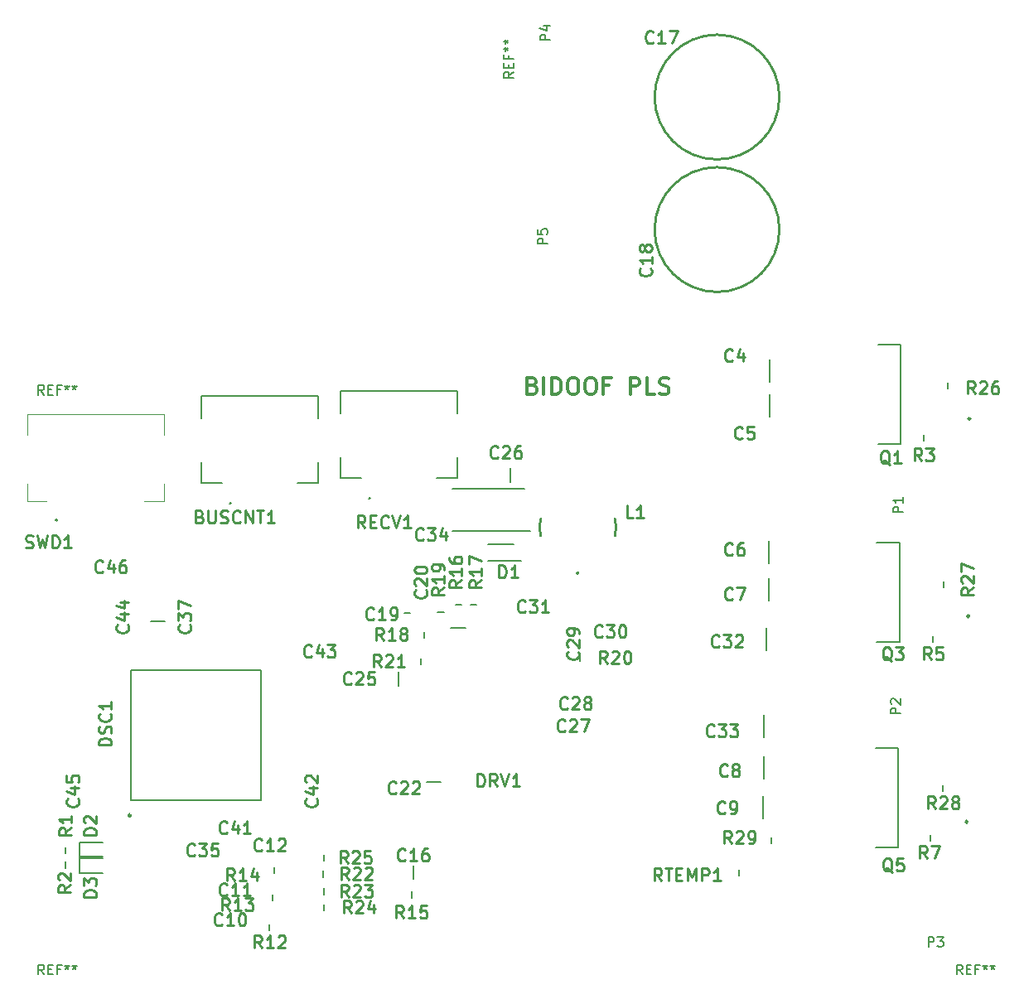
<source format=gbr>
G04 #@! TF.GenerationSoftware,KiCad,Pcbnew,5.0.2+dfsg1-1*
G04 #@! TF.CreationDate,2019-09-10T17:39:56-04:00*
G04 #@! TF.ProjectId,DSC_motor_controller,4453435f-6d6f-4746-9f72-5f636f6e7472,rev?*
G04 #@! TF.SameCoordinates,Original*
G04 #@! TF.FileFunction,Legend,Top*
G04 #@! TF.FilePolarity,Positive*
%FSLAX46Y46*%
G04 Gerber Fmt 4.6, Leading zero omitted, Abs format (unit mm)*
G04 Created by KiCad (PCBNEW 5.0.2+dfsg1-1) date Tue 10 Sep 2019 05:39:56 PM EDT*
%MOMM*%
%LPD*%
G01*
G04 APERTURE LIST*
%ADD10C,0.300000*%
%ADD11C,0.200000*%
%ADD12C,0.254000*%
%ADD13C,0.100000*%
%ADD14C,0.150000*%
%ADD15C,0.250000*%
G04 APERTURE END LIST*
D10*
X111471904Y-136375571D02*
X111714761Y-136456523D01*
X111795714Y-136537476D01*
X111876666Y-136699380D01*
X111876666Y-136942238D01*
X111795714Y-137104142D01*
X111714761Y-137185095D01*
X111552857Y-137266047D01*
X110905238Y-137266047D01*
X110905238Y-135566047D01*
X111471904Y-135566047D01*
X111633809Y-135647000D01*
X111714761Y-135727952D01*
X111795714Y-135889857D01*
X111795714Y-136051761D01*
X111714761Y-136213666D01*
X111633809Y-136294619D01*
X111471904Y-136375571D01*
X110905238Y-136375571D01*
X112605238Y-137266047D02*
X112605238Y-135566047D01*
X113414761Y-137266047D02*
X113414761Y-135566047D01*
X113819523Y-135566047D01*
X114062380Y-135647000D01*
X114224285Y-135808904D01*
X114305238Y-135970809D01*
X114386190Y-136294619D01*
X114386190Y-136537476D01*
X114305238Y-136861285D01*
X114224285Y-137023190D01*
X114062380Y-137185095D01*
X113819523Y-137266047D01*
X113414761Y-137266047D01*
X115438571Y-135566047D02*
X115762380Y-135566047D01*
X115924285Y-135647000D01*
X116086190Y-135808904D01*
X116167142Y-136132714D01*
X116167142Y-136699380D01*
X116086190Y-137023190D01*
X115924285Y-137185095D01*
X115762380Y-137266047D01*
X115438571Y-137266047D01*
X115276666Y-137185095D01*
X115114761Y-137023190D01*
X115033809Y-136699380D01*
X115033809Y-136132714D01*
X115114761Y-135808904D01*
X115276666Y-135647000D01*
X115438571Y-135566047D01*
X117219523Y-135566047D02*
X117543333Y-135566047D01*
X117705238Y-135647000D01*
X117867142Y-135808904D01*
X117948095Y-136132714D01*
X117948095Y-136699380D01*
X117867142Y-137023190D01*
X117705238Y-137185095D01*
X117543333Y-137266047D01*
X117219523Y-137266047D01*
X117057619Y-137185095D01*
X116895714Y-137023190D01*
X116814761Y-136699380D01*
X116814761Y-136132714D01*
X116895714Y-135808904D01*
X117057619Y-135647000D01*
X117219523Y-135566047D01*
X119243333Y-136375571D02*
X118676666Y-136375571D01*
X118676666Y-137266047D02*
X118676666Y-135566047D01*
X119486190Y-135566047D01*
X121429047Y-137266047D02*
X121429047Y-135566047D01*
X122076666Y-135566047D01*
X122238571Y-135647000D01*
X122319523Y-135727952D01*
X122400476Y-135889857D01*
X122400476Y-136132714D01*
X122319523Y-136294619D01*
X122238571Y-136375571D01*
X122076666Y-136456523D01*
X121429047Y-136456523D01*
X123938571Y-137266047D02*
X123129047Y-137266047D01*
X123129047Y-135566047D01*
X124424285Y-137185095D02*
X124667142Y-137266047D01*
X125071904Y-137266047D01*
X125233809Y-137185095D01*
X125314761Y-137104142D01*
X125395714Y-136942238D01*
X125395714Y-136780333D01*
X125314761Y-136618428D01*
X125233809Y-136537476D01*
X125071904Y-136456523D01*
X124748095Y-136375571D01*
X124586190Y-136294619D01*
X124505238Y-136213666D01*
X124424285Y-136051761D01*
X124424285Y-135889857D01*
X124505238Y-135727952D01*
X124586190Y-135647000D01*
X124748095Y-135566047D01*
X125152857Y-135566047D01*
X125395714Y-135647000D01*
D11*
G04 #@! TO.C,Q3*
X148954000Y-162560000D02*
X148954000Y-152400000D01*
X148954000Y-152400000D02*
X146623000Y-152400000D01*
X148954000Y-162560000D02*
X146623000Y-162560000D01*
D12*
X156073160Y-159942000D02*
G75*
G03X156073160Y-159942000I-113160J0D01*
G01*
G04 #@! TO.C,RECV1*
X94800750Y-147910000D02*
G75*
G03X94800750Y-147910000I-42750J0D01*
G01*
D11*
X103790000Y-145796000D02*
X101637000Y-145796000D01*
X91790000Y-145796000D02*
X93943000Y-145796000D01*
X103790000Y-136896000D02*
X103790000Y-139234000D01*
X103790000Y-145796000D02*
X103790000Y-143696000D01*
X91790000Y-145796000D02*
X91790000Y-143696000D01*
X91790000Y-136896000D02*
X91790000Y-139234000D01*
X91790000Y-136896000D02*
X103790000Y-136896000D01*
G04 #@! TO.C,C7*
X135636000Y-158376000D02*
X135636000Y-156076000D01*
G04 #@! TO.C,C25*
X97790000Y-167070000D02*
X97790000Y-165670000D01*
D12*
G04 #@! TO.C,Q5*
X155939160Y-180960500D02*
G75*
G03X155939160Y-180960500I-113160J0D01*
G01*
D11*
X148820000Y-183578500D02*
X146489000Y-183578500D01*
X148820000Y-173418500D02*
X146489000Y-173418500D01*
X148820000Y-183578500D02*
X148820000Y-173418500D01*
D12*
G04 #@! TO.C,Q1*
X156200160Y-139749000D02*
G75*
G03X156200160Y-139749000I-113160J0D01*
G01*
D11*
X149081000Y-142367000D02*
X146750000Y-142367000D01*
X149081000Y-132207000D02*
X146750000Y-132207000D01*
X149081000Y-142367000D02*
X149081000Y-132207000D01*
D12*
G04 #@! TO.C,C17*
X136677000Y-106894000D02*
G75*
G03X136677000Y-106894000I-6375000J0D01*
G01*
G04 #@! TO.C,C18*
X136677000Y-120436000D02*
G75*
G03X136677000Y-120436000I-6375000J0D01*
G01*
D11*
G04 #@! TO.C,R26*
X153886000Y-136723000D02*
X153886000Y-136073000D01*
G04 #@! TO.C,R25*
X90132000Y-184333000D02*
X90132000Y-184983000D01*
G04 #@! TO.C,C33*
X135052000Y-172346000D02*
X135052000Y-170046000D01*
G04 #@! TO.C,C32*
X135382000Y-163456000D02*
X135382000Y-161156000D01*
G04 #@! TO.C,C9*
X135001000Y-180664500D02*
X135001000Y-178364500D01*
G04 #@! TO.C,C8*
X135052000Y-176600500D02*
X135052000Y-174300500D01*
G04 #@! TO.C,C6*
X135636000Y-154566000D02*
X135636000Y-152266000D01*
G04 #@! TO.C,C5*
X135712000Y-139580000D02*
X135712000Y-137280000D01*
G04 #@! TO.C,C4*
X135712000Y-136024000D02*
X135712000Y-133724000D01*
G04 #@! TO.C,C19*
X98315500Y-159639000D02*
X98915500Y-159639000D01*
G04 #@! TO.C,C26*
X109220000Y-146242000D02*
X109220000Y-144842000D01*
G04 #@! TO.C,C22*
X102046000Y-176860000D02*
X100646000Y-176860000D01*
G04 #@! TO.C,C34*
X110584000Y-146948000D02*
X103284000Y-146948000D01*
X103284000Y-151248000D02*
X111184000Y-151248000D01*
G04 #@! TO.C,R23*
X90106500Y-187762000D02*
X90106500Y-188412000D01*
G04 #@! TO.C,R18*
X100419000Y-162186500D02*
X100419000Y-161536500D01*
G04 #@! TO.C,R17*
X105735000Y-158788000D02*
X105085000Y-158788000D01*
G04 #@! TO.C,R16*
X103561000Y-158788000D02*
X104211000Y-158788000D01*
G04 #@! TO.C,R20*
X116294000Y-163886000D02*
X116294000Y-164536000D01*
G04 #@! TO.C,R21*
X100076000Y-164917000D02*
X100076000Y-164267000D01*
G04 #@! TO.C,R22*
X90043000Y-185984000D02*
X90043000Y-186634000D01*
G04 #@! TO.C,R19*
X101719500Y-159512000D02*
X102369500Y-159512000D01*
G04 #@! TO.C,R27*
X153454000Y-157043000D02*
X153454000Y-156393000D01*
G04 #@! TO.C,R28*
X153416000Y-177871000D02*
X153416000Y-177221000D01*
G04 #@! TO.C,R29*
X135890000Y-182555000D02*
X135890000Y-183205000D01*
G04 #@! TO.C,R24*
X90106500Y-189413000D02*
X90106500Y-190063000D01*
D12*
G04 #@! TO.C,L1*
X112277912Y-149998881D02*
G75*
G03X112278000Y-151753500I3800088J-877119D01*
G01*
X119878088Y-149998881D02*
G75*
G02X119878000Y-151753500I-3800088J-877119D01*
G01*
X116121350Y-155542000D02*
G75*
G03X116121350Y-155542000I-64350J0D01*
G01*
D11*
G04 #@! TO.C,D1*
X109504000Y-152566000D02*
X106904000Y-152566000D01*
X110264000Y-154266000D02*
X106904000Y-154266000D01*
G04 #@! TO.C,SWD1*
X62702000Y-150130000D02*
G75*
G03X62902000Y-150130000I100000J0D01*
G01*
X62902000Y-150130000D02*
G75*
G03X62702000Y-150130000I-100000J0D01*
G01*
X62902000Y-150130000D02*
X62902000Y-150130000D01*
X62702000Y-150130000D02*
X62702000Y-150130000D01*
D13*
X73802000Y-148230000D02*
X73802000Y-146430000D01*
X71802000Y-148230000D02*
X73802000Y-148230000D01*
X73802000Y-139330000D02*
X73802000Y-141430000D01*
X59802000Y-139330000D02*
X73802000Y-139330000D01*
X59802000Y-141430000D02*
X59802000Y-139330000D01*
X59802000Y-148230000D02*
X61802000Y-148230000D01*
X59802000Y-146430000D02*
X59802000Y-148230000D01*
D11*
G04 #@! TO.C,RTEMP1*
X132576000Y-186482000D02*
X132576000Y-185882000D01*
G04 #@! TO.C,R15*
X99123500Y-188729500D02*
X99123500Y-188079500D01*
G04 #@! TO.C,R14*
X85052000Y-186253000D02*
X85052000Y-185603000D01*
G04 #@! TO.C,R13*
X84899500Y-189047000D02*
X84899500Y-188397000D01*
G04 #@! TO.C,R12*
X84544000Y-192095000D02*
X84544000Y-191445000D01*
G04 #@! TO.C,R7*
X152108000Y-182301000D02*
X152108000Y-182951000D01*
G04 #@! TO.C,R5*
X152400000Y-161981000D02*
X152400000Y-162631000D01*
G04 #@! TO.C,R3*
X151422000Y-141407000D02*
X151422000Y-142057000D01*
G04 #@! TO.C,R2*
X63716000Y-185034108D02*
X63716000Y-185684108D01*
G04 #@! TO.C,R1*
X63716000Y-183571000D02*
X63716000Y-184221000D01*
D12*
G04 #@! TO.C,DSC1*
X70400500Y-180310000D02*
G75*
G03X70400500Y-180310000I-125000J0D01*
G01*
D11*
X83675500Y-178735000D02*
X70375500Y-178735000D01*
X83675500Y-165435000D02*
X83675500Y-178735000D01*
X70375500Y-165435000D02*
X83675500Y-165435000D01*
X70375500Y-178735000D02*
X70375500Y-165435000D01*
G04 #@! TO.C,DRV1*
X103127327Y-161152000D02*
X104602327Y-161152000D01*
G04 #@! TO.C,D3*
X65123497Y-186184108D02*
X67523497Y-186184108D01*
X65123497Y-184534108D02*
X65123497Y-186184108D01*
X67523497Y-184534108D02*
X65123497Y-184534108D01*
G04 #@! TO.C,D2*
X65164000Y-184721000D02*
X67564000Y-184721000D01*
X65164000Y-183071000D02*
X65164000Y-184721000D01*
X67564000Y-183071000D02*
X65164000Y-183071000D01*
G04 #@! TO.C,C37*
X72452000Y-160452000D02*
X73852000Y-160452000D01*
G04 #@! TO.C,C16*
X99250500Y-186818500D02*
X99250500Y-185418500D01*
D12*
G04 #@! TO.C,BUSCNT1*
X80576750Y-148418000D02*
G75*
G03X80576750Y-148418000I-42750J0D01*
G01*
D11*
X89566000Y-146304000D02*
X87413000Y-146304000D01*
X77566000Y-146304000D02*
X79719000Y-146304000D01*
X89566000Y-137404000D02*
X89566000Y-139742000D01*
X89566000Y-146304000D02*
X89566000Y-144204000D01*
X77566000Y-146304000D02*
X77566000Y-144204000D01*
X77566000Y-137404000D02*
X77566000Y-139742000D01*
X77566000Y-137404000D02*
X89566000Y-137404000D01*
G04 #@! TO.C,REF\002A\002A*
D14*
X61531666Y-137324380D02*
X61198333Y-136848190D01*
X60960238Y-137324380D02*
X60960238Y-136324380D01*
X61341190Y-136324380D01*
X61436428Y-136372000D01*
X61484047Y-136419619D01*
X61531666Y-136514857D01*
X61531666Y-136657714D01*
X61484047Y-136752952D01*
X61436428Y-136800571D01*
X61341190Y-136848190D01*
X60960238Y-136848190D01*
X61960238Y-136800571D02*
X62293571Y-136800571D01*
X62436428Y-137324380D02*
X61960238Y-137324380D01*
X61960238Y-136324380D01*
X62436428Y-136324380D01*
X63198333Y-136800571D02*
X62865000Y-136800571D01*
X62865000Y-137324380D02*
X62865000Y-136324380D01*
X63341190Y-136324380D01*
X63865000Y-136324380D02*
X63865000Y-136562476D01*
X63626904Y-136467238D02*
X63865000Y-136562476D01*
X64103095Y-136467238D01*
X63722142Y-136752952D02*
X63865000Y-136562476D01*
X64007857Y-136752952D01*
X64626904Y-136324380D02*
X64626904Y-136562476D01*
X64388809Y-136467238D02*
X64626904Y-136562476D01*
X64865000Y-136467238D01*
X64484047Y-136752952D02*
X64626904Y-136562476D01*
X64769761Y-136752952D01*
X109511380Y-104330333D02*
X109035190Y-104663666D01*
X109511380Y-104901761D02*
X108511380Y-104901761D01*
X108511380Y-104520809D01*
X108559000Y-104425571D01*
X108606619Y-104377952D01*
X108701857Y-104330333D01*
X108844714Y-104330333D01*
X108939952Y-104377952D01*
X108987571Y-104425571D01*
X109035190Y-104520809D01*
X109035190Y-104901761D01*
X108987571Y-103901761D02*
X108987571Y-103568428D01*
X109511380Y-103425571D02*
X109511380Y-103901761D01*
X108511380Y-103901761D01*
X108511380Y-103425571D01*
X108987571Y-102663666D02*
X108987571Y-102997000D01*
X109511380Y-102997000D02*
X108511380Y-102997000D01*
X108511380Y-102520809D01*
X108511380Y-101997000D02*
X108749476Y-101997000D01*
X108654238Y-102235095D02*
X108749476Y-101997000D01*
X108654238Y-101758904D01*
X108939952Y-102139857D02*
X108749476Y-101997000D01*
X108939952Y-101854142D01*
X108511380Y-101235095D02*
X108749476Y-101235095D01*
X108654238Y-101473190D02*
X108749476Y-101235095D01*
X108654238Y-100997000D01*
X108939952Y-101377952D02*
X108749476Y-101235095D01*
X108939952Y-101092238D01*
X155384666Y-196574380D02*
X155051333Y-196098190D01*
X154813238Y-196574380D02*
X154813238Y-195574380D01*
X155194190Y-195574380D01*
X155289428Y-195622000D01*
X155337047Y-195669619D01*
X155384666Y-195764857D01*
X155384666Y-195907714D01*
X155337047Y-196002952D01*
X155289428Y-196050571D01*
X155194190Y-196098190D01*
X154813238Y-196098190D01*
X155813238Y-196050571D02*
X156146571Y-196050571D01*
X156289428Y-196574380D02*
X155813238Y-196574380D01*
X155813238Y-195574380D01*
X156289428Y-195574380D01*
X157051333Y-196050571D02*
X156718000Y-196050571D01*
X156718000Y-196574380D02*
X156718000Y-195574380D01*
X157194190Y-195574380D01*
X157718000Y-195574380D02*
X157718000Y-195812476D01*
X157479904Y-195717238D02*
X157718000Y-195812476D01*
X157956095Y-195717238D01*
X157575142Y-196002952D02*
X157718000Y-195812476D01*
X157860857Y-196002952D01*
X158479904Y-195574380D02*
X158479904Y-195812476D01*
X158241809Y-195717238D02*
X158479904Y-195812476D01*
X158718000Y-195717238D01*
X158337047Y-196002952D02*
X158479904Y-195812476D01*
X158622761Y-196002952D01*
X61531666Y-196574380D02*
X61198333Y-196098190D01*
X60960238Y-196574380D02*
X60960238Y-195574380D01*
X61341190Y-195574380D01*
X61436428Y-195622000D01*
X61484047Y-195669619D01*
X61531666Y-195764857D01*
X61531666Y-195907714D01*
X61484047Y-196002952D01*
X61436428Y-196050571D01*
X61341190Y-196098190D01*
X60960238Y-196098190D01*
X61960238Y-196050571D02*
X62293571Y-196050571D01*
X62436428Y-196574380D02*
X61960238Y-196574380D01*
X61960238Y-195574380D01*
X62436428Y-195574380D01*
X63198333Y-196050571D02*
X62865000Y-196050571D01*
X62865000Y-196574380D02*
X62865000Y-195574380D01*
X63341190Y-195574380D01*
X63865000Y-195574380D02*
X63865000Y-195812476D01*
X63626904Y-195717238D02*
X63865000Y-195812476D01*
X64103095Y-195717238D01*
X63722142Y-196002952D02*
X63865000Y-195812476D01*
X64007857Y-196002952D01*
X64626904Y-195574380D02*
X64626904Y-195812476D01*
X64388809Y-195717238D02*
X64626904Y-195812476D01*
X64865000Y-195717238D01*
X64484047Y-196002952D02*
X64626904Y-195812476D01*
X64769761Y-196002952D01*
G04 #@! TO.C,Q3*
D12*
X148151017Y-164525476D02*
X148030065Y-164465000D01*
X147909112Y-164344047D01*
X147727684Y-164162619D01*
X147606731Y-164102142D01*
X147485779Y-164102142D01*
X147546255Y-164404523D02*
X147425303Y-164344047D01*
X147304350Y-164223095D01*
X147243874Y-163981190D01*
X147243874Y-163557857D01*
X147304350Y-163315952D01*
X147425303Y-163195000D01*
X147546255Y-163134523D01*
X147788160Y-163134523D01*
X147909112Y-163195000D01*
X148030065Y-163315952D01*
X148090541Y-163557857D01*
X148090541Y-163981190D01*
X148030065Y-164223095D01*
X147909112Y-164344047D01*
X147788160Y-164404523D01*
X147546255Y-164404523D01*
X148513874Y-163134523D02*
X149300065Y-163134523D01*
X148876731Y-163618333D01*
X149058160Y-163618333D01*
X149179112Y-163678809D01*
X149239589Y-163739285D01*
X149300065Y-163860238D01*
X149300065Y-164162619D01*
X149239589Y-164283571D01*
X149179112Y-164344047D01*
X149058160Y-164404523D01*
X148695303Y-164404523D01*
X148574350Y-164344047D01*
X148513874Y-164283571D01*
G04 #@! TO.C,RECV1*
X94300523Y-150942523D02*
X93877190Y-150337761D01*
X93574809Y-150942523D02*
X93574809Y-149672523D01*
X94058619Y-149672523D01*
X94179571Y-149733000D01*
X94240047Y-149793476D01*
X94300523Y-149914428D01*
X94300523Y-150095857D01*
X94240047Y-150216809D01*
X94179571Y-150277285D01*
X94058619Y-150337761D01*
X93574809Y-150337761D01*
X94844809Y-150277285D02*
X95268142Y-150277285D01*
X95449571Y-150942523D02*
X94844809Y-150942523D01*
X94844809Y-149672523D01*
X95449571Y-149672523D01*
X96719571Y-150821571D02*
X96659095Y-150882047D01*
X96477666Y-150942523D01*
X96356714Y-150942523D01*
X96175285Y-150882047D01*
X96054333Y-150761095D01*
X95993857Y-150640142D01*
X95933380Y-150398238D01*
X95933380Y-150216809D01*
X95993857Y-149974904D01*
X96054333Y-149853952D01*
X96175285Y-149733000D01*
X96356714Y-149672523D01*
X96477666Y-149672523D01*
X96659095Y-149733000D01*
X96719571Y-149793476D01*
X97082428Y-149672523D02*
X97505761Y-150942523D01*
X97929095Y-149672523D01*
X99017666Y-150942523D02*
X98291952Y-150942523D01*
X98654809Y-150942523D02*
X98654809Y-149672523D01*
X98533857Y-149853952D01*
X98412904Y-149974904D01*
X98291952Y-150035380D01*
G04 #@! TO.C,C7*
X131868333Y-158187571D02*
X131807857Y-158248047D01*
X131626428Y-158308523D01*
X131505476Y-158308523D01*
X131324047Y-158248047D01*
X131203095Y-158127095D01*
X131142619Y-158006142D01*
X131082142Y-157764238D01*
X131082142Y-157582809D01*
X131142619Y-157340904D01*
X131203095Y-157219952D01*
X131324047Y-157099000D01*
X131505476Y-157038523D01*
X131626428Y-157038523D01*
X131807857Y-157099000D01*
X131868333Y-157159476D01*
X132291666Y-157038523D02*
X133138333Y-157038523D01*
X132594047Y-158308523D01*
G04 #@! TO.C,C25*
X92909571Y-166823571D02*
X92849095Y-166884047D01*
X92667666Y-166944523D01*
X92546714Y-166944523D01*
X92365285Y-166884047D01*
X92244333Y-166763095D01*
X92183857Y-166642142D01*
X92123380Y-166400238D01*
X92123380Y-166218809D01*
X92183857Y-165976904D01*
X92244333Y-165855952D01*
X92365285Y-165735000D01*
X92546714Y-165674523D01*
X92667666Y-165674523D01*
X92849095Y-165735000D01*
X92909571Y-165795476D01*
X93393380Y-165795476D02*
X93453857Y-165735000D01*
X93574809Y-165674523D01*
X93877190Y-165674523D01*
X93998142Y-165735000D01*
X94058619Y-165795476D01*
X94119095Y-165916428D01*
X94119095Y-166037380D01*
X94058619Y-166218809D01*
X93332904Y-166944523D01*
X94119095Y-166944523D01*
X95268142Y-165674523D02*
X94663380Y-165674523D01*
X94602904Y-166279285D01*
X94663380Y-166218809D01*
X94784333Y-166158333D01*
X95086714Y-166158333D01*
X95207666Y-166218809D01*
X95268142Y-166279285D01*
X95328619Y-166400238D01*
X95328619Y-166702619D01*
X95268142Y-166823571D01*
X95207666Y-166884047D01*
X95086714Y-166944523D01*
X94784333Y-166944523D01*
X94663380Y-166884047D01*
X94602904Y-166823571D01*
G04 #@! TO.C,C46*
X67509571Y-155393571D02*
X67449095Y-155454047D01*
X67267666Y-155514523D01*
X67146714Y-155514523D01*
X66965285Y-155454047D01*
X66844333Y-155333095D01*
X66783857Y-155212142D01*
X66723380Y-154970238D01*
X66723380Y-154788809D01*
X66783857Y-154546904D01*
X66844333Y-154425952D01*
X66965285Y-154305000D01*
X67146714Y-154244523D01*
X67267666Y-154244523D01*
X67449095Y-154305000D01*
X67509571Y-154365476D01*
X68598142Y-154667857D02*
X68598142Y-155514523D01*
X68295761Y-154184047D02*
X67993380Y-155091190D01*
X68779571Y-155091190D01*
X69807666Y-154244523D02*
X69565761Y-154244523D01*
X69444809Y-154305000D01*
X69384333Y-154365476D01*
X69263380Y-154546904D01*
X69202904Y-154788809D01*
X69202904Y-155272619D01*
X69263380Y-155393571D01*
X69323857Y-155454047D01*
X69444809Y-155514523D01*
X69686714Y-155514523D01*
X69807666Y-155454047D01*
X69868142Y-155393571D01*
X69928619Y-155272619D01*
X69928619Y-154970238D01*
X69868142Y-154849285D01*
X69807666Y-154788809D01*
X69686714Y-154728333D01*
X69444809Y-154728333D01*
X69323857Y-154788809D01*
X69263380Y-154849285D01*
X69202904Y-154970238D01*
G04 #@! TO.C,C30*
X118563571Y-161997571D02*
X118503095Y-162058047D01*
X118321666Y-162118523D01*
X118200714Y-162118523D01*
X118019285Y-162058047D01*
X117898333Y-161937095D01*
X117837857Y-161816142D01*
X117777380Y-161574238D01*
X117777380Y-161392809D01*
X117837857Y-161150904D01*
X117898333Y-161029952D01*
X118019285Y-160909000D01*
X118200714Y-160848523D01*
X118321666Y-160848523D01*
X118503095Y-160909000D01*
X118563571Y-160969476D01*
X118986904Y-160848523D02*
X119773095Y-160848523D01*
X119349761Y-161332333D01*
X119531190Y-161332333D01*
X119652142Y-161392809D01*
X119712619Y-161453285D01*
X119773095Y-161574238D01*
X119773095Y-161876619D01*
X119712619Y-161997571D01*
X119652142Y-162058047D01*
X119531190Y-162118523D01*
X119168333Y-162118523D01*
X119047380Y-162058047D01*
X118986904Y-161997571D01*
X120559285Y-160848523D02*
X120680238Y-160848523D01*
X120801190Y-160909000D01*
X120861666Y-160969476D01*
X120922142Y-161090428D01*
X120982619Y-161332333D01*
X120982619Y-161634714D01*
X120922142Y-161876619D01*
X120861666Y-161997571D01*
X120801190Y-162058047D01*
X120680238Y-162118523D01*
X120559285Y-162118523D01*
X120438333Y-162058047D01*
X120377857Y-161997571D01*
X120317380Y-161876619D01*
X120256904Y-161634714D01*
X120256904Y-161332333D01*
X120317380Y-161090428D01*
X120377857Y-160969476D01*
X120438333Y-160909000D01*
X120559285Y-160848523D01*
G04 #@! TO.C,C45*
X64969571Y-178616428D02*
X65030047Y-178676904D01*
X65090523Y-178858333D01*
X65090523Y-178979285D01*
X65030047Y-179160714D01*
X64909095Y-179281666D01*
X64788142Y-179342142D01*
X64546238Y-179402619D01*
X64364809Y-179402619D01*
X64122904Y-179342142D01*
X64001952Y-179281666D01*
X63881000Y-179160714D01*
X63820523Y-178979285D01*
X63820523Y-178858333D01*
X63881000Y-178676904D01*
X63941476Y-178616428D01*
X64243857Y-177527857D02*
X65090523Y-177527857D01*
X63760047Y-177830238D02*
X64667190Y-178132619D01*
X64667190Y-177346428D01*
X63820523Y-176257857D02*
X63820523Y-176862619D01*
X64425285Y-176923095D01*
X64364809Y-176862619D01*
X64304333Y-176741666D01*
X64304333Y-176439285D01*
X64364809Y-176318333D01*
X64425285Y-176257857D01*
X64546238Y-176197380D01*
X64848619Y-176197380D01*
X64969571Y-176257857D01*
X65030047Y-176318333D01*
X65090523Y-176439285D01*
X65090523Y-176741666D01*
X65030047Y-176862619D01*
X64969571Y-176923095D01*
G04 #@! TO.C,C44*
X70049571Y-160836428D02*
X70110047Y-160896904D01*
X70170523Y-161078333D01*
X70170523Y-161199285D01*
X70110047Y-161380714D01*
X69989095Y-161501666D01*
X69868142Y-161562142D01*
X69626238Y-161622619D01*
X69444809Y-161622619D01*
X69202904Y-161562142D01*
X69081952Y-161501666D01*
X68961000Y-161380714D01*
X68900523Y-161199285D01*
X68900523Y-161078333D01*
X68961000Y-160896904D01*
X69021476Y-160836428D01*
X69323857Y-159747857D02*
X70170523Y-159747857D01*
X68840047Y-160050238D02*
X69747190Y-160352619D01*
X69747190Y-159566428D01*
X69323857Y-158538333D02*
X70170523Y-158538333D01*
X68840047Y-158840714D02*
X69747190Y-159143095D01*
X69747190Y-158356904D01*
G04 #@! TO.C,C43*
X88845571Y-164029571D02*
X88785095Y-164090047D01*
X88603666Y-164150523D01*
X88482714Y-164150523D01*
X88301285Y-164090047D01*
X88180333Y-163969095D01*
X88119857Y-163848142D01*
X88059380Y-163606238D01*
X88059380Y-163424809D01*
X88119857Y-163182904D01*
X88180333Y-163061952D01*
X88301285Y-162941000D01*
X88482714Y-162880523D01*
X88603666Y-162880523D01*
X88785095Y-162941000D01*
X88845571Y-163001476D01*
X89934142Y-163303857D02*
X89934142Y-164150523D01*
X89631761Y-162820047D02*
X89329380Y-163727190D01*
X90115571Y-163727190D01*
X90478428Y-162880523D02*
X91264619Y-162880523D01*
X90841285Y-163364333D01*
X91022714Y-163364333D01*
X91143666Y-163424809D01*
X91204142Y-163485285D01*
X91264619Y-163606238D01*
X91264619Y-163908619D01*
X91204142Y-164029571D01*
X91143666Y-164090047D01*
X91022714Y-164150523D01*
X90659857Y-164150523D01*
X90538904Y-164090047D01*
X90478428Y-164029571D01*
G04 #@! TO.C,C42*
X89353571Y-178616428D02*
X89414047Y-178676904D01*
X89474523Y-178858333D01*
X89474523Y-178979285D01*
X89414047Y-179160714D01*
X89293095Y-179281666D01*
X89172142Y-179342142D01*
X88930238Y-179402619D01*
X88748809Y-179402619D01*
X88506904Y-179342142D01*
X88385952Y-179281666D01*
X88265000Y-179160714D01*
X88204523Y-178979285D01*
X88204523Y-178858333D01*
X88265000Y-178676904D01*
X88325476Y-178616428D01*
X88627857Y-177527857D02*
X89474523Y-177527857D01*
X88144047Y-177830238D02*
X89051190Y-178132619D01*
X89051190Y-177346428D01*
X88325476Y-176923095D02*
X88265000Y-176862619D01*
X88204523Y-176741666D01*
X88204523Y-176439285D01*
X88265000Y-176318333D01*
X88325476Y-176257857D01*
X88446428Y-176197380D01*
X88567380Y-176197380D01*
X88748809Y-176257857D01*
X89474523Y-176983571D01*
X89474523Y-176197380D01*
G04 #@! TO.C,C41*
X80209571Y-182063571D02*
X80149095Y-182124047D01*
X79967666Y-182184523D01*
X79846714Y-182184523D01*
X79665285Y-182124047D01*
X79544333Y-182003095D01*
X79483857Y-181882142D01*
X79423380Y-181640238D01*
X79423380Y-181458809D01*
X79483857Y-181216904D01*
X79544333Y-181095952D01*
X79665285Y-180975000D01*
X79846714Y-180914523D01*
X79967666Y-180914523D01*
X80149095Y-180975000D01*
X80209571Y-181035476D01*
X81298142Y-181337857D02*
X81298142Y-182184523D01*
X80995761Y-180854047D02*
X80693380Y-181761190D01*
X81479571Y-181761190D01*
X82628619Y-182184523D02*
X81902904Y-182184523D01*
X82265761Y-182184523D02*
X82265761Y-180914523D01*
X82144809Y-181095952D01*
X82023857Y-181216904D01*
X81902904Y-181277380D01*
G04 #@! TO.C,Q5*
X148215047Y-186115476D02*
X148094095Y-186055000D01*
X147973142Y-185934047D01*
X147791714Y-185752619D01*
X147670761Y-185692142D01*
X147549809Y-185692142D01*
X147610285Y-185994523D02*
X147489333Y-185934047D01*
X147368380Y-185813095D01*
X147307904Y-185571190D01*
X147307904Y-185147857D01*
X147368380Y-184905952D01*
X147489333Y-184785000D01*
X147610285Y-184724523D01*
X147852190Y-184724523D01*
X147973142Y-184785000D01*
X148094095Y-184905952D01*
X148154571Y-185147857D01*
X148154571Y-185571190D01*
X148094095Y-185813095D01*
X147973142Y-185934047D01*
X147852190Y-185994523D01*
X147610285Y-185994523D01*
X149303619Y-184724523D02*
X148698857Y-184724523D01*
X148638380Y-185329285D01*
X148698857Y-185268809D01*
X148819809Y-185208333D01*
X149122190Y-185208333D01*
X149243142Y-185268809D01*
X149303619Y-185329285D01*
X149364095Y-185450238D01*
X149364095Y-185752619D01*
X149303619Y-185873571D01*
X149243142Y-185934047D01*
X149122190Y-185994523D01*
X148819809Y-185994523D01*
X148698857Y-185934047D01*
X148638380Y-185873571D01*
G04 #@! TO.C,Q1*
X147961047Y-144459476D02*
X147840095Y-144399000D01*
X147719142Y-144278047D01*
X147537714Y-144096619D01*
X147416761Y-144036142D01*
X147295809Y-144036142D01*
X147356285Y-144338523D02*
X147235333Y-144278047D01*
X147114380Y-144157095D01*
X147053904Y-143915190D01*
X147053904Y-143491857D01*
X147114380Y-143249952D01*
X147235333Y-143129000D01*
X147356285Y-143068523D01*
X147598190Y-143068523D01*
X147719142Y-143129000D01*
X147840095Y-143249952D01*
X147900571Y-143491857D01*
X147900571Y-143915190D01*
X147840095Y-144157095D01*
X147719142Y-144278047D01*
X147598190Y-144338523D01*
X147356285Y-144338523D01*
X149110095Y-144338523D02*
X148384380Y-144338523D01*
X148747238Y-144338523D02*
X148747238Y-143068523D01*
X148626285Y-143249952D01*
X148505333Y-143370904D01*
X148384380Y-143431380D01*
G04 #@! TO.C,C17*
X123770571Y-101291571D02*
X123710095Y-101352047D01*
X123528666Y-101412523D01*
X123407714Y-101412523D01*
X123226285Y-101352047D01*
X123105333Y-101231095D01*
X123044857Y-101110142D01*
X122984380Y-100868238D01*
X122984380Y-100686809D01*
X123044857Y-100444904D01*
X123105333Y-100323952D01*
X123226285Y-100203000D01*
X123407714Y-100142523D01*
X123528666Y-100142523D01*
X123710095Y-100203000D01*
X123770571Y-100263476D01*
X124980095Y-101412523D02*
X124254380Y-101412523D01*
X124617238Y-101412523D02*
X124617238Y-100142523D01*
X124496285Y-100323952D01*
X124375333Y-100444904D01*
X124254380Y-100505380D01*
X125403428Y-100142523D02*
X126250095Y-100142523D01*
X125705809Y-101412523D01*
G04 #@! TO.C,P5*
D14*
X112974380Y-121896095D02*
X111974380Y-121896095D01*
X111974380Y-121515142D01*
X112022000Y-121419904D01*
X112069619Y-121372285D01*
X112164857Y-121324666D01*
X112307714Y-121324666D01*
X112402952Y-121372285D01*
X112450571Y-121419904D01*
X112498190Y-121515142D01*
X112498190Y-121896095D01*
X111974380Y-120419904D02*
X111974380Y-120896095D01*
X112450571Y-120943714D01*
X112402952Y-120896095D01*
X112355333Y-120800857D01*
X112355333Y-120562761D01*
X112402952Y-120467523D01*
X112450571Y-120419904D01*
X112545809Y-120372285D01*
X112783904Y-120372285D01*
X112879142Y-120419904D01*
X112926761Y-120467523D01*
X112974380Y-120562761D01*
X112974380Y-120800857D01*
X112926761Y-120896095D01*
X112879142Y-120943714D01*
G04 #@! TO.C,C18*
D12*
X123516571Y-124387428D02*
X123577047Y-124447904D01*
X123637523Y-124629333D01*
X123637523Y-124750285D01*
X123577047Y-124931714D01*
X123456095Y-125052666D01*
X123335142Y-125113142D01*
X123093238Y-125173619D01*
X122911809Y-125173619D01*
X122669904Y-125113142D01*
X122548952Y-125052666D01*
X122428000Y-124931714D01*
X122367523Y-124750285D01*
X122367523Y-124629333D01*
X122428000Y-124447904D01*
X122488476Y-124387428D01*
X123637523Y-123177904D02*
X123637523Y-123903619D01*
X123637523Y-123540761D02*
X122367523Y-123540761D01*
X122548952Y-123661714D01*
X122669904Y-123782666D01*
X122730380Y-123903619D01*
X122911809Y-122452190D02*
X122851333Y-122573142D01*
X122790857Y-122633619D01*
X122669904Y-122694095D01*
X122609428Y-122694095D01*
X122488476Y-122633619D01*
X122428000Y-122573142D01*
X122367523Y-122452190D01*
X122367523Y-122210285D01*
X122428000Y-122089333D01*
X122488476Y-122028857D01*
X122609428Y-121968380D01*
X122669904Y-121968380D01*
X122790857Y-122028857D01*
X122851333Y-122089333D01*
X122911809Y-122210285D01*
X122911809Y-122452190D01*
X122972285Y-122573142D01*
X123032761Y-122633619D01*
X123153714Y-122694095D01*
X123395619Y-122694095D01*
X123516571Y-122633619D01*
X123577047Y-122573142D01*
X123637523Y-122452190D01*
X123637523Y-122210285D01*
X123577047Y-122089333D01*
X123516571Y-122028857D01*
X123395619Y-121968380D01*
X123153714Y-121968380D01*
X123032761Y-122028857D01*
X122972285Y-122089333D01*
X122911809Y-122210285D01*
G04 #@! TO.C,R26*
X156663571Y-137226523D02*
X156240238Y-136621761D01*
X155937857Y-137226523D02*
X155937857Y-135956523D01*
X156421666Y-135956523D01*
X156542619Y-136017000D01*
X156603095Y-136077476D01*
X156663571Y-136198428D01*
X156663571Y-136379857D01*
X156603095Y-136500809D01*
X156542619Y-136561285D01*
X156421666Y-136621761D01*
X155937857Y-136621761D01*
X157147380Y-136077476D02*
X157207857Y-136017000D01*
X157328809Y-135956523D01*
X157631190Y-135956523D01*
X157752142Y-136017000D01*
X157812619Y-136077476D01*
X157873095Y-136198428D01*
X157873095Y-136319380D01*
X157812619Y-136500809D01*
X157086904Y-137226523D01*
X157873095Y-137226523D01*
X158961666Y-135956523D02*
X158719761Y-135956523D01*
X158598809Y-136017000D01*
X158538333Y-136077476D01*
X158417380Y-136258904D01*
X158356904Y-136500809D01*
X158356904Y-136984619D01*
X158417380Y-137105571D01*
X158477857Y-137166047D01*
X158598809Y-137226523D01*
X158840714Y-137226523D01*
X158961666Y-137166047D01*
X159022142Y-137105571D01*
X159082619Y-136984619D01*
X159082619Y-136682238D01*
X159022142Y-136561285D01*
X158961666Y-136500809D01*
X158840714Y-136440333D01*
X158598809Y-136440333D01*
X158477857Y-136500809D01*
X158417380Y-136561285D01*
X158356904Y-136682238D01*
G04 #@! TO.C,R25*
X92554071Y-185232523D02*
X92130738Y-184627761D01*
X91828357Y-185232523D02*
X91828357Y-183962523D01*
X92312166Y-183962523D01*
X92433119Y-184023000D01*
X92493595Y-184083476D01*
X92554071Y-184204428D01*
X92554071Y-184385857D01*
X92493595Y-184506809D01*
X92433119Y-184567285D01*
X92312166Y-184627761D01*
X91828357Y-184627761D01*
X93037880Y-184083476D02*
X93098357Y-184023000D01*
X93219309Y-183962523D01*
X93521690Y-183962523D01*
X93642642Y-184023000D01*
X93703119Y-184083476D01*
X93763595Y-184204428D01*
X93763595Y-184325380D01*
X93703119Y-184506809D01*
X92977404Y-185232523D01*
X93763595Y-185232523D01*
X94912642Y-183962523D02*
X94307880Y-183962523D01*
X94247404Y-184567285D01*
X94307880Y-184506809D01*
X94428833Y-184446333D01*
X94731214Y-184446333D01*
X94852166Y-184506809D01*
X94912642Y-184567285D01*
X94973119Y-184688238D01*
X94973119Y-184990619D01*
X94912642Y-185111571D01*
X94852166Y-185172047D01*
X94731214Y-185232523D01*
X94428833Y-185232523D01*
X94307880Y-185172047D01*
X94247404Y-185111571D01*
G04 #@! TO.C,P1*
D14*
X149296380Y-149328095D02*
X148296380Y-149328095D01*
X148296380Y-148947142D01*
X148344000Y-148851904D01*
X148391619Y-148804285D01*
X148486857Y-148756666D01*
X148629714Y-148756666D01*
X148724952Y-148804285D01*
X148772571Y-148851904D01*
X148820190Y-148947142D01*
X148820190Y-149328095D01*
X149296380Y-147804285D02*
X149296380Y-148375714D01*
X149296380Y-148090000D02*
X148296380Y-148090000D01*
X148439238Y-148185238D01*
X148534476Y-148280476D01*
X148582095Y-148375714D01*
G04 #@! TO.C,C33*
D12*
X129993571Y-172157571D02*
X129933095Y-172218047D01*
X129751666Y-172278523D01*
X129630714Y-172278523D01*
X129449285Y-172218047D01*
X129328333Y-172097095D01*
X129267857Y-171976142D01*
X129207380Y-171734238D01*
X129207380Y-171552809D01*
X129267857Y-171310904D01*
X129328333Y-171189952D01*
X129449285Y-171069000D01*
X129630714Y-171008523D01*
X129751666Y-171008523D01*
X129933095Y-171069000D01*
X129993571Y-171129476D01*
X130416904Y-171008523D02*
X131203095Y-171008523D01*
X130779761Y-171492333D01*
X130961190Y-171492333D01*
X131082142Y-171552809D01*
X131142619Y-171613285D01*
X131203095Y-171734238D01*
X131203095Y-172036619D01*
X131142619Y-172157571D01*
X131082142Y-172218047D01*
X130961190Y-172278523D01*
X130598333Y-172278523D01*
X130477380Y-172218047D01*
X130416904Y-172157571D01*
X131626428Y-171008523D02*
X132412619Y-171008523D01*
X131989285Y-171492333D01*
X132170714Y-171492333D01*
X132291666Y-171552809D01*
X132352142Y-171613285D01*
X132412619Y-171734238D01*
X132412619Y-172036619D01*
X132352142Y-172157571D01*
X132291666Y-172218047D01*
X132170714Y-172278523D01*
X131807857Y-172278523D01*
X131686904Y-172218047D01*
X131626428Y-172157571D01*
G04 #@! TO.C,C32*
X130501571Y-163013571D02*
X130441095Y-163074047D01*
X130259666Y-163134523D01*
X130138714Y-163134523D01*
X129957285Y-163074047D01*
X129836333Y-162953095D01*
X129775857Y-162832142D01*
X129715380Y-162590238D01*
X129715380Y-162408809D01*
X129775857Y-162166904D01*
X129836333Y-162045952D01*
X129957285Y-161925000D01*
X130138714Y-161864523D01*
X130259666Y-161864523D01*
X130441095Y-161925000D01*
X130501571Y-161985476D01*
X130924904Y-161864523D02*
X131711095Y-161864523D01*
X131287761Y-162348333D01*
X131469190Y-162348333D01*
X131590142Y-162408809D01*
X131650619Y-162469285D01*
X131711095Y-162590238D01*
X131711095Y-162892619D01*
X131650619Y-163013571D01*
X131590142Y-163074047D01*
X131469190Y-163134523D01*
X131106333Y-163134523D01*
X130985380Y-163074047D01*
X130924904Y-163013571D01*
X132194904Y-161985476D02*
X132255380Y-161925000D01*
X132376333Y-161864523D01*
X132678714Y-161864523D01*
X132799666Y-161925000D01*
X132860142Y-161985476D01*
X132920619Y-162106428D01*
X132920619Y-162227380D01*
X132860142Y-162408809D01*
X132134428Y-163134523D01*
X132920619Y-163134523D01*
G04 #@! TO.C,C9*
X131106333Y-180031571D02*
X131045857Y-180092047D01*
X130864428Y-180152523D01*
X130743476Y-180152523D01*
X130562047Y-180092047D01*
X130441095Y-179971095D01*
X130380619Y-179850142D01*
X130320142Y-179608238D01*
X130320142Y-179426809D01*
X130380619Y-179184904D01*
X130441095Y-179063952D01*
X130562047Y-178943000D01*
X130743476Y-178882523D01*
X130864428Y-178882523D01*
X131045857Y-178943000D01*
X131106333Y-179003476D01*
X131711095Y-180152523D02*
X131953000Y-180152523D01*
X132073952Y-180092047D01*
X132134428Y-180031571D01*
X132255380Y-179850142D01*
X132315857Y-179608238D01*
X132315857Y-179124428D01*
X132255380Y-179003476D01*
X132194904Y-178943000D01*
X132073952Y-178882523D01*
X131832047Y-178882523D01*
X131711095Y-178943000D01*
X131650619Y-179003476D01*
X131590142Y-179124428D01*
X131590142Y-179426809D01*
X131650619Y-179547761D01*
X131711095Y-179608238D01*
X131832047Y-179668714D01*
X132073952Y-179668714D01*
X132194904Y-179608238D01*
X132255380Y-179547761D01*
X132315857Y-179426809D01*
G04 #@! TO.C,C8*
X131360333Y-176221571D02*
X131299857Y-176282047D01*
X131118428Y-176342523D01*
X130997476Y-176342523D01*
X130816047Y-176282047D01*
X130695095Y-176161095D01*
X130634619Y-176040142D01*
X130574142Y-175798238D01*
X130574142Y-175616809D01*
X130634619Y-175374904D01*
X130695095Y-175253952D01*
X130816047Y-175133000D01*
X130997476Y-175072523D01*
X131118428Y-175072523D01*
X131299857Y-175133000D01*
X131360333Y-175193476D01*
X132086047Y-175616809D02*
X131965095Y-175556333D01*
X131904619Y-175495857D01*
X131844142Y-175374904D01*
X131844142Y-175314428D01*
X131904619Y-175193476D01*
X131965095Y-175133000D01*
X132086047Y-175072523D01*
X132327952Y-175072523D01*
X132448904Y-175133000D01*
X132509380Y-175193476D01*
X132569857Y-175314428D01*
X132569857Y-175374904D01*
X132509380Y-175495857D01*
X132448904Y-175556333D01*
X132327952Y-175616809D01*
X132086047Y-175616809D01*
X131965095Y-175677285D01*
X131904619Y-175737761D01*
X131844142Y-175858714D01*
X131844142Y-176100619D01*
X131904619Y-176221571D01*
X131965095Y-176282047D01*
X132086047Y-176342523D01*
X132327952Y-176342523D01*
X132448904Y-176282047D01*
X132509380Y-176221571D01*
X132569857Y-176100619D01*
X132569857Y-175858714D01*
X132509380Y-175737761D01*
X132448904Y-175677285D01*
X132327952Y-175616809D01*
G04 #@! TO.C,C6*
X131868333Y-153615571D02*
X131807857Y-153676047D01*
X131626428Y-153736523D01*
X131505476Y-153736523D01*
X131324047Y-153676047D01*
X131203095Y-153555095D01*
X131142619Y-153434142D01*
X131082142Y-153192238D01*
X131082142Y-153010809D01*
X131142619Y-152768904D01*
X131203095Y-152647952D01*
X131324047Y-152527000D01*
X131505476Y-152466523D01*
X131626428Y-152466523D01*
X131807857Y-152527000D01*
X131868333Y-152587476D01*
X132956904Y-152466523D02*
X132715000Y-152466523D01*
X132594047Y-152527000D01*
X132533571Y-152587476D01*
X132412619Y-152768904D01*
X132352142Y-153010809D01*
X132352142Y-153494619D01*
X132412619Y-153615571D01*
X132473095Y-153676047D01*
X132594047Y-153736523D01*
X132835952Y-153736523D01*
X132956904Y-153676047D01*
X133017380Y-153615571D01*
X133077857Y-153494619D01*
X133077857Y-153192238D01*
X133017380Y-153071285D01*
X132956904Y-153010809D01*
X132835952Y-152950333D01*
X132594047Y-152950333D01*
X132473095Y-153010809D01*
X132412619Y-153071285D01*
X132352142Y-153192238D01*
G04 #@! TO.C,C5*
X132884333Y-141741071D02*
X132823857Y-141801547D01*
X132642428Y-141862023D01*
X132521476Y-141862023D01*
X132340047Y-141801547D01*
X132219095Y-141680595D01*
X132158619Y-141559642D01*
X132098142Y-141317738D01*
X132098142Y-141136309D01*
X132158619Y-140894404D01*
X132219095Y-140773452D01*
X132340047Y-140652500D01*
X132521476Y-140592023D01*
X132642428Y-140592023D01*
X132823857Y-140652500D01*
X132884333Y-140712976D01*
X134033380Y-140592023D02*
X133428619Y-140592023D01*
X133368142Y-141196785D01*
X133428619Y-141136309D01*
X133549571Y-141075833D01*
X133851952Y-141075833D01*
X133972904Y-141136309D01*
X134033380Y-141196785D01*
X134093857Y-141317738D01*
X134093857Y-141620119D01*
X134033380Y-141741071D01*
X133972904Y-141801547D01*
X133851952Y-141862023D01*
X133549571Y-141862023D01*
X133428619Y-141801547D01*
X133368142Y-141741071D01*
G04 #@! TO.C,C4*
X131868333Y-133803571D02*
X131807857Y-133864047D01*
X131626428Y-133924523D01*
X131505476Y-133924523D01*
X131324047Y-133864047D01*
X131203095Y-133743095D01*
X131142619Y-133622142D01*
X131082142Y-133380238D01*
X131082142Y-133198809D01*
X131142619Y-132956904D01*
X131203095Y-132835952D01*
X131324047Y-132715000D01*
X131505476Y-132654523D01*
X131626428Y-132654523D01*
X131807857Y-132715000D01*
X131868333Y-132775476D01*
X132956904Y-133077857D02*
X132956904Y-133924523D01*
X132654523Y-132594047D02*
X132352142Y-133501190D01*
X133138333Y-133501190D01*
G04 #@! TO.C,C29*
X116102571Y-163566928D02*
X116163047Y-163627404D01*
X116223523Y-163808833D01*
X116223523Y-163929785D01*
X116163047Y-164111214D01*
X116042095Y-164232166D01*
X115921142Y-164292642D01*
X115679238Y-164353119D01*
X115497809Y-164353119D01*
X115255904Y-164292642D01*
X115134952Y-164232166D01*
X115014000Y-164111214D01*
X114953523Y-163929785D01*
X114953523Y-163808833D01*
X115014000Y-163627404D01*
X115074476Y-163566928D01*
X115074476Y-163083119D02*
X115014000Y-163022642D01*
X114953523Y-162901690D01*
X114953523Y-162599309D01*
X115014000Y-162478357D01*
X115074476Y-162417880D01*
X115195428Y-162357404D01*
X115316380Y-162357404D01*
X115497809Y-162417880D01*
X116223523Y-163143595D01*
X116223523Y-162357404D01*
X116223523Y-161752642D02*
X116223523Y-161510738D01*
X116163047Y-161389785D01*
X116102571Y-161329309D01*
X115921142Y-161208357D01*
X115679238Y-161147880D01*
X115195428Y-161147880D01*
X115074476Y-161208357D01*
X115014000Y-161268833D01*
X114953523Y-161389785D01*
X114953523Y-161631690D01*
X115014000Y-161752642D01*
X115074476Y-161813119D01*
X115195428Y-161873595D01*
X115497809Y-161873595D01*
X115618761Y-161813119D01*
X115679238Y-161752642D01*
X115739714Y-161631690D01*
X115739714Y-161389785D01*
X115679238Y-161268833D01*
X115618761Y-161208357D01*
X115497809Y-161147880D01*
G04 #@! TO.C,C28*
X115007571Y-169363571D02*
X114947095Y-169424047D01*
X114765666Y-169484523D01*
X114644714Y-169484523D01*
X114463285Y-169424047D01*
X114342333Y-169303095D01*
X114281857Y-169182142D01*
X114221380Y-168940238D01*
X114221380Y-168758809D01*
X114281857Y-168516904D01*
X114342333Y-168395952D01*
X114463285Y-168275000D01*
X114644714Y-168214523D01*
X114765666Y-168214523D01*
X114947095Y-168275000D01*
X115007571Y-168335476D01*
X115491380Y-168335476D02*
X115551857Y-168275000D01*
X115672809Y-168214523D01*
X115975190Y-168214523D01*
X116096142Y-168275000D01*
X116156619Y-168335476D01*
X116217095Y-168456428D01*
X116217095Y-168577380D01*
X116156619Y-168758809D01*
X115430904Y-169484523D01*
X116217095Y-169484523D01*
X116942809Y-168758809D02*
X116821857Y-168698333D01*
X116761380Y-168637857D01*
X116700904Y-168516904D01*
X116700904Y-168456428D01*
X116761380Y-168335476D01*
X116821857Y-168275000D01*
X116942809Y-168214523D01*
X117184714Y-168214523D01*
X117305666Y-168275000D01*
X117366142Y-168335476D01*
X117426619Y-168456428D01*
X117426619Y-168516904D01*
X117366142Y-168637857D01*
X117305666Y-168698333D01*
X117184714Y-168758809D01*
X116942809Y-168758809D01*
X116821857Y-168819285D01*
X116761380Y-168879761D01*
X116700904Y-169000714D01*
X116700904Y-169242619D01*
X116761380Y-169363571D01*
X116821857Y-169424047D01*
X116942809Y-169484523D01*
X117184714Y-169484523D01*
X117305666Y-169424047D01*
X117366142Y-169363571D01*
X117426619Y-169242619D01*
X117426619Y-169000714D01*
X117366142Y-168879761D01*
X117305666Y-168819285D01*
X117184714Y-168758809D01*
G04 #@! TO.C,C27*
X114753571Y-171649571D02*
X114693095Y-171710047D01*
X114511666Y-171770523D01*
X114390714Y-171770523D01*
X114209285Y-171710047D01*
X114088333Y-171589095D01*
X114027857Y-171468142D01*
X113967380Y-171226238D01*
X113967380Y-171044809D01*
X114027857Y-170802904D01*
X114088333Y-170681952D01*
X114209285Y-170561000D01*
X114390714Y-170500523D01*
X114511666Y-170500523D01*
X114693095Y-170561000D01*
X114753571Y-170621476D01*
X115237380Y-170621476D02*
X115297857Y-170561000D01*
X115418809Y-170500523D01*
X115721190Y-170500523D01*
X115842142Y-170561000D01*
X115902619Y-170621476D01*
X115963095Y-170742428D01*
X115963095Y-170863380D01*
X115902619Y-171044809D01*
X115176904Y-171770523D01*
X115963095Y-171770523D01*
X116386428Y-170500523D02*
X117233095Y-170500523D01*
X116688809Y-171770523D01*
G04 #@! TO.C,C20*
X100529571Y-157280428D02*
X100590047Y-157340904D01*
X100650523Y-157522333D01*
X100650523Y-157643285D01*
X100590047Y-157824714D01*
X100469095Y-157945666D01*
X100348142Y-158006142D01*
X100106238Y-158066619D01*
X99924809Y-158066619D01*
X99682904Y-158006142D01*
X99561952Y-157945666D01*
X99441000Y-157824714D01*
X99380523Y-157643285D01*
X99380523Y-157522333D01*
X99441000Y-157340904D01*
X99501476Y-157280428D01*
X99501476Y-156796619D02*
X99441000Y-156736142D01*
X99380523Y-156615190D01*
X99380523Y-156312809D01*
X99441000Y-156191857D01*
X99501476Y-156131380D01*
X99622428Y-156070904D01*
X99743380Y-156070904D01*
X99924809Y-156131380D01*
X100650523Y-156857095D01*
X100650523Y-156070904D01*
X99380523Y-155284714D02*
X99380523Y-155163761D01*
X99441000Y-155042809D01*
X99501476Y-154982333D01*
X99622428Y-154921857D01*
X99864333Y-154861380D01*
X100166714Y-154861380D01*
X100408619Y-154921857D01*
X100529571Y-154982333D01*
X100590047Y-155042809D01*
X100650523Y-155163761D01*
X100650523Y-155284714D01*
X100590047Y-155405666D01*
X100529571Y-155466142D01*
X100408619Y-155526619D01*
X100166714Y-155587095D01*
X99864333Y-155587095D01*
X99622428Y-155526619D01*
X99501476Y-155466142D01*
X99441000Y-155405666D01*
X99380523Y-155284714D01*
G04 #@! TO.C,C31*
X110689571Y-159457571D02*
X110629095Y-159518047D01*
X110447666Y-159578523D01*
X110326714Y-159578523D01*
X110145285Y-159518047D01*
X110024333Y-159397095D01*
X109963857Y-159276142D01*
X109903380Y-159034238D01*
X109903380Y-158852809D01*
X109963857Y-158610904D01*
X110024333Y-158489952D01*
X110145285Y-158369000D01*
X110326714Y-158308523D01*
X110447666Y-158308523D01*
X110629095Y-158369000D01*
X110689571Y-158429476D01*
X111112904Y-158308523D02*
X111899095Y-158308523D01*
X111475761Y-158792333D01*
X111657190Y-158792333D01*
X111778142Y-158852809D01*
X111838619Y-158913285D01*
X111899095Y-159034238D01*
X111899095Y-159336619D01*
X111838619Y-159457571D01*
X111778142Y-159518047D01*
X111657190Y-159578523D01*
X111294333Y-159578523D01*
X111173380Y-159518047D01*
X111112904Y-159457571D01*
X113108619Y-159578523D02*
X112382904Y-159578523D01*
X112745761Y-159578523D02*
X112745761Y-158308523D01*
X112624809Y-158489952D01*
X112503857Y-158610904D01*
X112382904Y-158671380D01*
G04 #@! TO.C,C19*
X95195571Y-160219571D02*
X95135095Y-160280047D01*
X94953666Y-160340523D01*
X94832714Y-160340523D01*
X94651285Y-160280047D01*
X94530333Y-160159095D01*
X94469857Y-160038142D01*
X94409380Y-159796238D01*
X94409380Y-159614809D01*
X94469857Y-159372904D01*
X94530333Y-159251952D01*
X94651285Y-159131000D01*
X94832714Y-159070523D01*
X94953666Y-159070523D01*
X95135095Y-159131000D01*
X95195571Y-159191476D01*
X96405095Y-160340523D02*
X95679380Y-160340523D01*
X96042238Y-160340523D02*
X96042238Y-159070523D01*
X95921285Y-159251952D01*
X95800333Y-159372904D01*
X95679380Y-159433380D01*
X97009857Y-160340523D02*
X97251761Y-160340523D01*
X97372714Y-160280047D01*
X97433190Y-160219571D01*
X97554142Y-160038142D01*
X97614619Y-159796238D01*
X97614619Y-159312428D01*
X97554142Y-159191476D01*
X97493666Y-159131000D01*
X97372714Y-159070523D01*
X97130809Y-159070523D01*
X97009857Y-159131000D01*
X96949380Y-159191476D01*
X96888904Y-159312428D01*
X96888904Y-159614809D01*
X96949380Y-159735761D01*
X97009857Y-159796238D01*
X97130809Y-159856714D01*
X97372714Y-159856714D01*
X97493666Y-159796238D01*
X97554142Y-159735761D01*
X97614619Y-159614809D01*
G04 #@! TO.C,C26*
X107895571Y-143709571D02*
X107835095Y-143770047D01*
X107653666Y-143830523D01*
X107532714Y-143830523D01*
X107351285Y-143770047D01*
X107230333Y-143649095D01*
X107169857Y-143528142D01*
X107109380Y-143286238D01*
X107109380Y-143104809D01*
X107169857Y-142862904D01*
X107230333Y-142741952D01*
X107351285Y-142621000D01*
X107532714Y-142560523D01*
X107653666Y-142560523D01*
X107835095Y-142621000D01*
X107895571Y-142681476D01*
X108379380Y-142681476D02*
X108439857Y-142621000D01*
X108560809Y-142560523D01*
X108863190Y-142560523D01*
X108984142Y-142621000D01*
X109044619Y-142681476D01*
X109105095Y-142802428D01*
X109105095Y-142923380D01*
X109044619Y-143104809D01*
X108318904Y-143830523D01*
X109105095Y-143830523D01*
X110193666Y-142560523D02*
X109951761Y-142560523D01*
X109830809Y-142621000D01*
X109770333Y-142681476D01*
X109649380Y-142862904D01*
X109588904Y-143104809D01*
X109588904Y-143588619D01*
X109649380Y-143709571D01*
X109709857Y-143770047D01*
X109830809Y-143830523D01*
X110072714Y-143830523D01*
X110193666Y-143770047D01*
X110254142Y-143709571D01*
X110314619Y-143588619D01*
X110314619Y-143286238D01*
X110254142Y-143165285D01*
X110193666Y-143104809D01*
X110072714Y-143044333D01*
X109830809Y-143044333D01*
X109709857Y-143104809D01*
X109649380Y-143165285D01*
X109588904Y-143286238D01*
G04 #@! TO.C,C22*
X97481571Y-177999571D02*
X97421095Y-178060047D01*
X97239666Y-178120523D01*
X97118714Y-178120523D01*
X96937285Y-178060047D01*
X96816333Y-177939095D01*
X96755857Y-177818142D01*
X96695380Y-177576238D01*
X96695380Y-177394809D01*
X96755857Y-177152904D01*
X96816333Y-177031952D01*
X96937285Y-176911000D01*
X97118714Y-176850523D01*
X97239666Y-176850523D01*
X97421095Y-176911000D01*
X97481571Y-176971476D01*
X97965380Y-176971476D02*
X98025857Y-176911000D01*
X98146809Y-176850523D01*
X98449190Y-176850523D01*
X98570142Y-176911000D01*
X98630619Y-176971476D01*
X98691095Y-177092428D01*
X98691095Y-177213380D01*
X98630619Y-177394809D01*
X97904904Y-178120523D01*
X98691095Y-178120523D01*
X99174904Y-176971476D02*
X99235380Y-176911000D01*
X99356333Y-176850523D01*
X99658714Y-176850523D01*
X99779666Y-176911000D01*
X99840142Y-176971476D01*
X99900619Y-177092428D01*
X99900619Y-177213380D01*
X99840142Y-177394809D01*
X99114428Y-178120523D01*
X99900619Y-178120523D01*
G04 #@! TO.C,C34*
X100275571Y-152091571D02*
X100215095Y-152152047D01*
X100033666Y-152212523D01*
X99912714Y-152212523D01*
X99731285Y-152152047D01*
X99610333Y-152031095D01*
X99549857Y-151910142D01*
X99489380Y-151668238D01*
X99489380Y-151486809D01*
X99549857Y-151244904D01*
X99610333Y-151123952D01*
X99731285Y-151003000D01*
X99912714Y-150942523D01*
X100033666Y-150942523D01*
X100215095Y-151003000D01*
X100275571Y-151063476D01*
X100698904Y-150942523D02*
X101485095Y-150942523D01*
X101061761Y-151426333D01*
X101243190Y-151426333D01*
X101364142Y-151486809D01*
X101424619Y-151547285D01*
X101485095Y-151668238D01*
X101485095Y-151970619D01*
X101424619Y-152091571D01*
X101364142Y-152152047D01*
X101243190Y-152212523D01*
X100880333Y-152212523D01*
X100759380Y-152152047D01*
X100698904Y-152091571D01*
X102573666Y-151365857D02*
X102573666Y-152212523D01*
X102271285Y-150882047D02*
X101968904Y-151789190D01*
X102755095Y-151789190D01*
G04 #@! TO.C,R23*
X92655571Y-188661523D02*
X92232238Y-188056761D01*
X91929857Y-188661523D02*
X91929857Y-187391523D01*
X92413666Y-187391523D01*
X92534619Y-187452000D01*
X92595095Y-187512476D01*
X92655571Y-187633428D01*
X92655571Y-187814857D01*
X92595095Y-187935809D01*
X92534619Y-187996285D01*
X92413666Y-188056761D01*
X91929857Y-188056761D01*
X93139380Y-187512476D02*
X93199857Y-187452000D01*
X93320809Y-187391523D01*
X93623190Y-187391523D01*
X93744142Y-187452000D01*
X93804619Y-187512476D01*
X93865095Y-187633428D01*
X93865095Y-187754380D01*
X93804619Y-187935809D01*
X93078904Y-188661523D01*
X93865095Y-188661523D01*
X94288428Y-187391523D02*
X95074619Y-187391523D01*
X94651285Y-187875333D01*
X94832714Y-187875333D01*
X94953666Y-187935809D01*
X95014142Y-187996285D01*
X95074619Y-188117238D01*
X95074619Y-188419619D01*
X95014142Y-188540571D01*
X94953666Y-188601047D01*
X94832714Y-188661523D01*
X94469857Y-188661523D01*
X94348904Y-188601047D01*
X94288428Y-188540571D01*
G04 #@! TO.C,R18*
X96211571Y-162436023D02*
X95788238Y-161831261D01*
X95485857Y-162436023D02*
X95485857Y-161166023D01*
X95969666Y-161166023D01*
X96090619Y-161226500D01*
X96151095Y-161286976D01*
X96211571Y-161407928D01*
X96211571Y-161589357D01*
X96151095Y-161710309D01*
X96090619Y-161770785D01*
X95969666Y-161831261D01*
X95485857Y-161831261D01*
X97421095Y-162436023D02*
X96695380Y-162436023D01*
X97058238Y-162436023D02*
X97058238Y-161166023D01*
X96937285Y-161347452D01*
X96816333Y-161468404D01*
X96695380Y-161528880D01*
X98146809Y-161710309D02*
X98025857Y-161649833D01*
X97965380Y-161589357D01*
X97904904Y-161468404D01*
X97904904Y-161407928D01*
X97965380Y-161286976D01*
X98025857Y-161226500D01*
X98146809Y-161166023D01*
X98388714Y-161166023D01*
X98509666Y-161226500D01*
X98570142Y-161286976D01*
X98630619Y-161407928D01*
X98630619Y-161468404D01*
X98570142Y-161589357D01*
X98509666Y-161649833D01*
X98388714Y-161710309D01*
X98146809Y-161710309D01*
X98025857Y-161770785D01*
X97965380Y-161831261D01*
X97904904Y-161952214D01*
X97904904Y-162194119D01*
X97965380Y-162315071D01*
X98025857Y-162375547D01*
X98146809Y-162436023D01*
X98388714Y-162436023D01*
X98509666Y-162375547D01*
X98570142Y-162315071D01*
X98630619Y-162194119D01*
X98630619Y-161952214D01*
X98570142Y-161831261D01*
X98509666Y-161770785D01*
X98388714Y-161710309D01*
G04 #@! TO.C,R17*
X106238523Y-156264428D02*
X105633761Y-156687761D01*
X106238523Y-156990142D02*
X104968523Y-156990142D01*
X104968523Y-156506333D01*
X105029000Y-156385380D01*
X105089476Y-156324904D01*
X105210428Y-156264428D01*
X105391857Y-156264428D01*
X105512809Y-156324904D01*
X105573285Y-156385380D01*
X105633761Y-156506333D01*
X105633761Y-156990142D01*
X106238523Y-155054904D02*
X106238523Y-155780619D01*
X106238523Y-155417761D02*
X104968523Y-155417761D01*
X105149952Y-155538714D01*
X105270904Y-155659666D01*
X105331380Y-155780619D01*
X104968523Y-154631571D02*
X104968523Y-153784904D01*
X106238523Y-154329190D01*
G04 #@! TO.C,R16*
X104206523Y-156264428D02*
X103601761Y-156687761D01*
X104206523Y-156990142D02*
X102936523Y-156990142D01*
X102936523Y-156506333D01*
X102997000Y-156385380D01*
X103057476Y-156324904D01*
X103178428Y-156264428D01*
X103359857Y-156264428D01*
X103480809Y-156324904D01*
X103541285Y-156385380D01*
X103601761Y-156506333D01*
X103601761Y-156990142D01*
X104206523Y-155054904D02*
X104206523Y-155780619D01*
X104206523Y-155417761D02*
X102936523Y-155417761D01*
X103117952Y-155538714D01*
X103238904Y-155659666D01*
X103299380Y-155780619D01*
X102936523Y-153966333D02*
X102936523Y-154208238D01*
X102997000Y-154329190D01*
X103057476Y-154389666D01*
X103238904Y-154510619D01*
X103480809Y-154571095D01*
X103964619Y-154571095D01*
X104085571Y-154510619D01*
X104146047Y-154450142D01*
X104206523Y-154329190D01*
X104206523Y-154087285D01*
X104146047Y-153966333D01*
X104085571Y-153905857D01*
X103964619Y-153845380D01*
X103662238Y-153845380D01*
X103541285Y-153905857D01*
X103480809Y-153966333D01*
X103420333Y-154087285D01*
X103420333Y-154329190D01*
X103480809Y-154450142D01*
X103541285Y-154510619D01*
X103662238Y-154571095D01*
G04 #@! TO.C,R20*
X119071571Y-164785523D02*
X118648238Y-164180761D01*
X118345857Y-164785523D02*
X118345857Y-163515523D01*
X118829666Y-163515523D01*
X118950619Y-163576000D01*
X119011095Y-163636476D01*
X119071571Y-163757428D01*
X119071571Y-163938857D01*
X119011095Y-164059809D01*
X118950619Y-164120285D01*
X118829666Y-164180761D01*
X118345857Y-164180761D01*
X119555380Y-163636476D02*
X119615857Y-163576000D01*
X119736809Y-163515523D01*
X120039190Y-163515523D01*
X120160142Y-163576000D01*
X120220619Y-163636476D01*
X120281095Y-163757428D01*
X120281095Y-163878380D01*
X120220619Y-164059809D01*
X119494904Y-164785523D01*
X120281095Y-164785523D01*
X121067285Y-163515523D02*
X121188238Y-163515523D01*
X121309190Y-163576000D01*
X121369666Y-163636476D01*
X121430142Y-163757428D01*
X121490619Y-163999333D01*
X121490619Y-164301714D01*
X121430142Y-164543619D01*
X121369666Y-164664571D01*
X121309190Y-164725047D01*
X121188238Y-164785523D01*
X121067285Y-164785523D01*
X120946333Y-164725047D01*
X120885857Y-164664571D01*
X120825380Y-164543619D01*
X120764904Y-164301714D01*
X120764904Y-163999333D01*
X120825380Y-163757428D01*
X120885857Y-163636476D01*
X120946333Y-163576000D01*
X121067285Y-163515523D01*
G04 #@! TO.C,R21*
X95957571Y-165166523D02*
X95534238Y-164561761D01*
X95231857Y-165166523D02*
X95231857Y-163896523D01*
X95715666Y-163896523D01*
X95836619Y-163957000D01*
X95897095Y-164017476D01*
X95957571Y-164138428D01*
X95957571Y-164319857D01*
X95897095Y-164440809D01*
X95836619Y-164501285D01*
X95715666Y-164561761D01*
X95231857Y-164561761D01*
X96441380Y-164017476D02*
X96501857Y-163957000D01*
X96622809Y-163896523D01*
X96925190Y-163896523D01*
X97046142Y-163957000D01*
X97106619Y-164017476D01*
X97167095Y-164138428D01*
X97167095Y-164259380D01*
X97106619Y-164440809D01*
X96380904Y-165166523D01*
X97167095Y-165166523D01*
X98376619Y-165166523D02*
X97650904Y-165166523D01*
X98013761Y-165166523D02*
X98013761Y-163896523D01*
X97892809Y-164077952D01*
X97771857Y-164198904D01*
X97650904Y-164259380D01*
G04 #@! TO.C,R22*
X92655571Y-186883523D02*
X92232238Y-186278761D01*
X91929857Y-186883523D02*
X91929857Y-185613523D01*
X92413666Y-185613523D01*
X92534619Y-185674000D01*
X92595095Y-185734476D01*
X92655571Y-185855428D01*
X92655571Y-186036857D01*
X92595095Y-186157809D01*
X92534619Y-186218285D01*
X92413666Y-186278761D01*
X91929857Y-186278761D01*
X93139380Y-185734476D02*
X93199857Y-185674000D01*
X93320809Y-185613523D01*
X93623190Y-185613523D01*
X93744142Y-185674000D01*
X93804619Y-185734476D01*
X93865095Y-185855428D01*
X93865095Y-185976380D01*
X93804619Y-186157809D01*
X93078904Y-186883523D01*
X93865095Y-186883523D01*
X94348904Y-185734476D02*
X94409380Y-185674000D01*
X94530333Y-185613523D01*
X94832714Y-185613523D01*
X94953666Y-185674000D01*
X95014142Y-185734476D01*
X95074619Y-185855428D01*
X95074619Y-185976380D01*
X95014142Y-186157809D01*
X94288428Y-186883523D01*
X95074619Y-186883523D01*
G04 #@! TO.C,R19*
X102428523Y-157026428D02*
X101823761Y-157449761D01*
X102428523Y-157752142D02*
X101158523Y-157752142D01*
X101158523Y-157268333D01*
X101219000Y-157147380D01*
X101279476Y-157086904D01*
X101400428Y-157026428D01*
X101581857Y-157026428D01*
X101702809Y-157086904D01*
X101763285Y-157147380D01*
X101823761Y-157268333D01*
X101823761Y-157752142D01*
X102428523Y-155816904D02*
X102428523Y-156542619D01*
X102428523Y-156179761D02*
X101158523Y-156179761D01*
X101339952Y-156300714D01*
X101460904Y-156421666D01*
X101521380Y-156542619D01*
X102428523Y-155212142D02*
X102428523Y-154970238D01*
X102368047Y-154849285D01*
X102307571Y-154788809D01*
X102126142Y-154667857D01*
X101884238Y-154607380D01*
X101400428Y-154607380D01*
X101279476Y-154667857D01*
X101219000Y-154728333D01*
X101158523Y-154849285D01*
X101158523Y-155091190D01*
X101219000Y-155212142D01*
X101279476Y-155272619D01*
X101400428Y-155333095D01*
X101702809Y-155333095D01*
X101823761Y-155272619D01*
X101884238Y-155212142D01*
X101944714Y-155091190D01*
X101944714Y-154849285D01*
X101884238Y-154728333D01*
X101823761Y-154667857D01*
X101702809Y-154607380D01*
G04 #@! TO.C,R27*
X156530523Y-157026428D02*
X155925761Y-157449761D01*
X156530523Y-157752142D02*
X155260523Y-157752142D01*
X155260523Y-157268333D01*
X155321000Y-157147380D01*
X155381476Y-157086904D01*
X155502428Y-157026428D01*
X155683857Y-157026428D01*
X155804809Y-157086904D01*
X155865285Y-157147380D01*
X155925761Y-157268333D01*
X155925761Y-157752142D01*
X155381476Y-156542619D02*
X155321000Y-156482142D01*
X155260523Y-156361190D01*
X155260523Y-156058809D01*
X155321000Y-155937857D01*
X155381476Y-155877380D01*
X155502428Y-155816904D01*
X155623380Y-155816904D01*
X155804809Y-155877380D01*
X156530523Y-156603095D01*
X156530523Y-155816904D01*
X155260523Y-155393571D02*
X155260523Y-154546904D01*
X156530523Y-155091190D01*
G04 #@! TO.C,R28*
X152599571Y-179644523D02*
X152176238Y-179039761D01*
X151873857Y-179644523D02*
X151873857Y-178374523D01*
X152357666Y-178374523D01*
X152478619Y-178435000D01*
X152539095Y-178495476D01*
X152599571Y-178616428D01*
X152599571Y-178797857D01*
X152539095Y-178918809D01*
X152478619Y-178979285D01*
X152357666Y-179039761D01*
X151873857Y-179039761D01*
X153083380Y-178495476D02*
X153143857Y-178435000D01*
X153264809Y-178374523D01*
X153567190Y-178374523D01*
X153688142Y-178435000D01*
X153748619Y-178495476D01*
X153809095Y-178616428D01*
X153809095Y-178737380D01*
X153748619Y-178918809D01*
X153022904Y-179644523D01*
X153809095Y-179644523D01*
X154534809Y-178918809D02*
X154413857Y-178858333D01*
X154353380Y-178797857D01*
X154292904Y-178676904D01*
X154292904Y-178616428D01*
X154353380Y-178495476D01*
X154413857Y-178435000D01*
X154534809Y-178374523D01*
X154776714Y-178374523D01*
X154897666Y-178435000D01*
X154958142Y-178495476D01*
X155018619Y-178616428D01*
X155018619Y-178676904D01*
X154958142Y-178797857D01*
X154897666Y-178858333D01*
X154776714Y-178918809D01*
X154534809Y-178918809D01*
X154413857Y-178979285D01*
X154353380Y-179039761D01*
X154292904Y-179160714D01*
X154292904Y-179402619D01*
X154353380Y-179523571D01*
X154413857Y-179584047D01*
X154534809Y-179644523D01*
X154776714Y-179644523D01*
X154897666Y-179584047D01*
X154958142Y-179523571D01*
X155018619Y-179402619D01*
X155018619Y-179160714D01*
X154958142Y-179039761D01*
X154897666Y-178979285D01*
X154776714Y-178918809D01*
G04 #@! TO.C,R29*
X131771571Y-183200523D02*
X131348238Y-182595761D01*
X131045857Y-183200523D02*
X131045857Y-181930523D01*
X131529666Y-181930523D01*
X131650619Y-181991000D01*
X131711095Y-182051476D01*
X131771571Y-182172428D01*
X131771571Y-182353857D01*
X131711095Y-182474809D01*
X131650619Y-182535285D01*
X131529666Y-182595761D01*
X131045857Y-182595761D01*
X132255380Y-182051476D02*
X132315857Y-181991000D01*
X132436809Y-181930523D01*
X132739190Y-181930523D01*
X132860142Y-181991000D01*
X132920619Y-182051476D01*
X132981095Y-182172428D01*
X132981095Y-182293380D01*
X132920619Y-182474809D01*
X132194904Y-183200523D01*
X132981095Y-183200523D01*
X133585857Y-183200523D02*
X133827761Y-183200523D01*
X133948714Y-183140047D01*
X134009190Y-183079571D01*
X134130142Y-182898142D01*
X134190619Y-182656238D01*
X134190619Y-182172428D01*
X134130142Y-182051476D01*
X134069666Y-181991000D01*
X133948714Y-181930523D01*
X133706809Y-181930523D01*
X133585857Y-181991000D01*
X133525380Y-182051476D01*
X133464904Y-182172428D01*
X133464904Y-182474809D01*
X133525380Y-182595761D01*
X133585857Y-182656238D01*
X133706809Y-182716714D01*
X133948714Y-182716714D01*
X134069666Y-182656238D01*
X134130142Y-182595761D01*
X134190619Y-182474809D01*
G04 #@! TO.C,R24*
X92909571Y-190312523D02*
X92486238Y-189707761D01*
X92183857Y-190312523D02*
X92183857Y-189042523D01*
X92667666Y-189042523D01*
X92788619Y-189103000D01*
X92849095Y-189163476D01*
X92909571Y-189284428D01*
X92909571Y-189465857D01*
X92849095Y-189586809D01*
X92788619Y-189647285D01*
X92667666Y-189707761D01*
X92183857Y-189707761D01*
X93393380Y-189163476D02*
X93453857Y-189103000D01*
X93574809Y-189042523D01*
X93877190Y-189042523D01*
X93998142Y-189103000D01*
X94058619Y-189163476D01*
X94119095Y-189284428D01*
X94119095Y-189405380D01*
X94058619Y-189586809D01*
X93332904Y-190312523D01*
X94119095Y-190312523D01*
X95207666Y-189465857D02*
X95207666Y-190312523D01*
X94905285Y-188982047D02*
X94602904Y-189889190D01*
X95389095Y-189889190D01*
G04 #@! TO.C,L1*
X121708333Y-149926523D02*
X121103571Y-149926523D01*
X121103571Y-148656523D01*
X122796904Y-149926523D02*
X122071190Y-149926523D01*
X122434047Y-149926523D02*
X122434047Y-148656523D01*
X122313095Y-148837952D01*
X122192142Y-148958904D01*
X122071190Y-149019380D01*
G04 #@! TO.C,D1*
X108028619Y-156022523D02*
X108028619Y-154752523D01*
X108331000Y-154752523D01*
X108512428Y-154813000D01*
X108633380Y-154933952D01*
X108693857Y-155054904D01*
X108754333Y-155296809D01*
X108754333Y-155478238D01*
X108693857Y-155720142D01*
X108633380Y-155841095D01*
X108512428Y-155962047D01*
X108331000Y-156022523D01*
X108028619Y-156022523D01*
X109963857Y-156022523D02*
X109238142Y-156022523D01*
X109601000Y-156022523D02*
X109601000Y-154752523D01*
X109480047Y-154933952D01*
X109359095Y-155054904D01*
X109238142Y-155115380D01*
G04 #@! TO.C,C35*
X76907571Y-184349571D02*
X76847095Y-184410047D01*
X76665666Y-184470523D01*
X76544714Y-184470523D01*
X76363285Y-184410047D01*
X76242333Y-184289095D01*
X76181857Y-184168142D01*
X76121380Y-183926238D01*
X76121380Y-183744809D01*
X76181857Y-183502904D01*
X76242333Y-183381952D01*
X76363285Y-183261000D01*
X76544714Y-183200523D01*
X76665666Y-183200523D01*
X76847095Y-183261000D01*
X76907571Y-183321476D01*
X77330904Y-183200523D02*
X78117095Y-183200523D01*
X77693761Y-183684333D01*
X77875190Y-183684333D01*
X77996142Y-183744809D01*
X78056619Y-183805285D01*
X78117095Y-183926238D01*
X78117095Y-184228619D01*
X78056619Y-184349571D01*
X77996142Y-184410047D01*
X77875190Y-184470523D01*
X77512333Y-184470523D01*
X77391380Y-184410047D01*
X77330904Y-184349571D01*
X79266142Y-183200523D02*
X78661380Y-183200523D01*
X78600904Y-183805285D01*
X78661380Y-183744809D01*
X78782333Y-183684333D01*
X79084714Y-183684333D01*
X79205666Y-183744809D01*
X79266142Y-183805285D01*
X79326619Y-183926238D01*
X79326619Y-184228619D01*
X79266142Y-184349571D01*
X79205666Y-184410047D01*
X79084714Y-184470523D01*
X78782333Y-184470523D01*
X78661380Y-184410047D01*
X78600904Y-184349571D01*
G04 #@! TO.C,C12*
X83765571Y-183841571D02*
X83705095Y-183902047D01*
X83523666Y-183962523D01*
X83402714Y-183962523D01*
X83221285Y-183902047D01*
X83100333Y-183781095D01*
X83039857Y-183660142D01*
X82979380Y-183418238D01*
X82979380Y-183236809D01*
X83039857Y-182994904D01*
X83100333Y-182873952D01*
X83221285Y-182753000D01*
X83402714Y-182692523D01*
X83523666Y-182692523D01*
X83705095Y-182753000D01*
X83765571Y-182813476D01*
X84975095Y-183962523D02*
X84249380Y-183962523D01*
X84612238Y-183962523D02*
X84612238Y-182692523D01*
X84491285Y-182873952D01*
X84370333Y-182994904D01*
X84249380Y-183055380D01*
X85458904Y-182813476D02*
X85519380Y-182753000D01*
X85640333Y-182692523D01*
X85942714Y-182692523D01*
X86063666Y-182753000D01*
X86124142Y-182813476D01*
X86184619Y-182934428D01*
X86184619Y-183055380D01*
X86124142Y-183236809D01*
X85398428Y-183962523D01*
X86184619Y-183962523D01*
G04 #@! TO.C,C11*
X80209571Y-188413571D02*
X80149095Y-188474047D01*
X79967666Y-188534523D01*
X79846714Y-188534523D01*
X79665285Y-188474047D01*
X79544333Y-188353095D01*
X79483857Y-188232142D01*
X79423380Y-187990238D01*
X79423380Y-187808809D01*
X79483857Y-187566904D01*
X79544333Y-187445952D01*
X79665285Y-187325000D01*
X79846714Y-187264523D01*
X79967666Y-187264523D01*
X80149095Y-187325000D01*
X80209571Y-187385476D01*
X81419095Y-188534523D02*
X80693380Y-188534523D01*
X81056238Y-188534523D02*
X81056238Y-187264523D01*
X80935285Y-187445952D01*
X80814333Y-187566904D01*
X80693380Y-187627380D01*
X82628619Y-188534523D02*
X81902904Y-188534523D01*
X82265761Y-188534523D02*
X82265761Y-187264523D01*
X82144809Y-187445952D01*
X82023857Y-187566904D01*
X81902904Y-187627380D01*
G04 #@! TO.C,C10*
X79701571Y-191461571D02*
X79641095Y-191522047D01*
X79459666Y-191582523D01*
X79338714Y-191582523D01*
X79157285Y-191522047D01*
X79036333Y-191401095D01*
X78975857Y-191280142D01*
X78915380Y-191038238D01*
X78915380Y-190856809D01*
X78975857Y-190614904D01*
X79036333Y-190493952D01*
X79157285Y-190373000D01*
X79338714Y-190312523D01*
X79459666Y-190312523D01*
X79641095Y-190373000D01*
X79701571Y-190433476D01*
X80911095Y-191582523D02*
X80185380Y-191582523D01*
X80548238Y-191582523D02*
X80548238Y-190312523D01*
X80427285Y-190493952D01*
X80306333Y-190614904D01*
X80185380Y-190675380D01*
X81697285Y-190312523D02*
X81818238Y-190312523D01*
X81939190Y-190373000D01*
X81999666Y-190433476D01*
X82060142Y-190554428D01*
X82120619Y-190796333D01*
X82120619Y-191098714D01*
X82060142Y-191340619D01*
X81999666Y-191461571D01*
X81939190Y-191522047D01*
X81818238Y-191582523D01*
X81697285Y-191582523D01*
X81576333Y-191522047D01*
X81515857Y-191461571D01*
X81455380Y-191340619D01*
X81394904Y-191098714D01*
X81394904Y-190796333D01*
X81455380Y-190554428D01*
X81515857Y-190433476D01*
X81576333Y-190373000D01*
X81697285Y-190312523D01*
G04 #@! TO.C,SWD1*
X59647666Y-152914047D02*
X59829095Y-152974523D01*
X60131476Y-152974523D01*
X60252428Y-152914047D01*
X60312904Y-152853571D01*
X60373380Y-152732619D01*
X60373380Y-152611666D01*
X60312904Y-152490714D01*
X60252428Y-152430238D01*
X60131476Y-152369761D01*
X59889571Y-152309285D01*
X59768619Y-152248809D01*
X59708142Y-152188333D01*
X59647666Y-152067380D01*
X59647666Y-151946428D01*
X59708142Y-151825476D01*
X59768619Y-151765000D01*
X59889571Y-151704523D01*
X60191952Y-151704523D01*
X60373380Y-151765000D01*
X60796714Y-151704523D02*
X61099095Y-152974523D01*
X61341000Y-152067380D01*
X61582904Y-152974523D01*
X61885285Y-151704523D01*
X62369095Y-152974523D02*
X62369095Y-151704523D01*
X62671476Y-151704523D01*
X62852904Y-151765000D01*
X62973857Y-151885952D01*
X63034333Y-152006904D01*
X63094809Y-152248809D01*
X63094809Y-152430238D01*
X63034333Y-152672142D01*
X62973857Y-152793095D01*
X62852904Y-152914047D01*
X62671476Y-152974523D01*
X62369095Y-152974523D01*
X64304333Y-152974523D02*
X63578619Y-152974523D01*
X63941476Y-152974523D02*
X63941476Y-151704523D01*
X63820523Y-151885952D01*
X63699571Y-152006904D01*
X63578619Y-152067380D01*
G04 #@! TO.C,RTEMP1*
X124623285Y-187010523D02*
X124199952Y-186405761D01*
X123897571Y-187010523D02*
X123897571Y-185740523D01*
X124381380Y-185740523D01*
X124502333Y-185801000D01*
X124562809Y-185861476D01*
X124623285Y-185982428D01*
X124623285Y-186163857D01*
X124562809Y-186284809D01*
X124502333Y-186345285D01*
X124381380Y-186405761D01*
X123897571Y-186405761D01*
X124986142Y-185740523D02*
X125711857Y-185740523D01*
X125349000Y-187010523D02*
X125349000Y-185740523D01*
X126135190Y-186345285D02*
X126558523Y-186345285D01*
X126739952Y-187010523D02*
X126135190Y-187010523D01*
X126135190Y-185740523D01*
X126739952Y-185740523D01*
X127284238Y-187010523D02*
X127284238Y-185740523D01*
X127707571Y-186647666D01*
X128130904Y-185740523D01*
X128130904Y-187010523D01*
X128735666Y-187010523D02*
X128735666Y-185740523D01*
X129219476Y-185740523D01*
X129340428Y-185801000D01*
X129400904Y-185861476D01*
X129461380Y-185982428D01*
X129461380Y-186163857D01*
X129400904Y-186284809D01*
X129340428Y-186345285D01*
X129219476Y-186405761D01*
X128735666Y-186405761D01*
X130670904Y-187010523D02*
X129945190Y-187010523D01*
X130308047Y-187010523D02*
X130308047Y-185740523D01*
X130187095Y-185921952D01*
X130066142Y-186042904D01*
X129945190Y-186103380D01*
G04 #@! TO.C,R15*
X98243571Y-190820523D02*
X97820238Y-190215761D01*
X97517857Y-190820523D02*
X97517857Y-189550523D01*
X98001666Y-189550523D01*
X98122619Y-189611000D01*
X98183095Y-189671476D01*
X98243571Y-189792428D01*
X98243571Y-189973857D01*
X98183095Y-190094809D01*
X98122619Y-190155285D01*
X98001666Y-190215761D01*
X97517857Y-190215761D01*
X99453095Y-190820523D02*
X98727380Y-190820523D01*
X99090238Y-190820523D02*
X99090238Y-189550523D01*
X98969285Y-189731952D01*
X98848333Y-189852904D01*
X98727380Y-189913380D01*
X100602142Y-189550523D02*
X99997380Y-189550523D01*
X99936904Y-190155285D01*
X99997380Y-190094809D01*
X100118333Y-190034333D01*
X100420714Y-190034333D01*
X100541666Y-190094809D01*
X100602142Y-190155285D01*
X100662619Y-190276238D01*
X100662619Y-190578619D01*
X100602142Y-190699571D01*
X100541666Y-190760047D01*
X100420714Y-190820523D01*
X100118333Y-190820523D01*
X99997380Y-190760047D01*
X99936904Y-190699571D01*
G04 #@! TO.C,R14*
D15*
X80971571Y-187010523D02*
X80548238Y-186405761D01*
X80245857Y-187010523D02*
X80245857Y-185740523D01*
X80729666Y-185740523D01*
X80850619Y-185801000D01*
X80911095Y-185861476D01*
X80971571Y-185982428D01*
X80971571Y-186163857D01*
X80911095Y-186284809D01*
X80850619Y-186345285D01*
X80729666Y-186405761D01*
X80245857Y-186405761D01*
X82181095Y-187010523D02*
X81455380Y-187010523D01*
X81818238Y-187010523D02*
X81818238Y-185740523D01*
X81697285Y-185921952D01*
X81576333Y-186042904D01*
X81455380Y-186103380D01*
X83269666Y-186163857D02*
X83269666Y-187010523D01*
X82967285Y-185680047D02*
X82664904Y-186587190D01*
X83451095Y-186587190D01*
G04 #@! TO.C,R13*
D12*
X80463571Y-190058523D02*
X80040238Y-189453761D01*
X79737857Y-190058523D02*
X79737857Y-188788523D01*
X80221666Y-188788523D01*
X80342619Y-188849000D01*
X80403095Y-188909476D01*
X80463571Y-189030428D01*
X80463571Y-189211857D01*
X80403095Y-189332809D01*
X80342619Y-189393285D01*
X80221666Y-189453761D01*
X79737857Y-189453761D01*
X81673095Y-190058523D02*
X80947380Y-190058523D01*
X81310238Y-190058523D02*
X81310238Y-188788523D01*
X81189285Y-188969952D01*
X81068333Y-189090904D01*
X80947380Y-189151380D01*
X82096428Y-188788523D02*
X82882619Y-188788523D01*
X82459285Y-189272333D01*
X82640714Y-189272333D01*
X82761666Y-189332809D01*
X82822142Y-189393285D01*
X82882619Y-189514238D01*
X82882619Y-189816619D01*
X82822142Y-189937571D01*
X82761666Y-189998047D01*
X82640714Y-190058523D01*
X82277857Y-190058523D01*
X82156904Y-189998047D01*
X82096428Y-189937571D01*
G04 #@! TO.C,R12*
X83765571Y-193868523D02*
X83342238Y-193263761D01*
X83039857Y-193868523D02*
X83039857Y-192598523D01*
X83523666Y-192598523D01*
X83644619Y-192659000D01*
X83705095Y-192719476D01*
X83765571Y-192840428D01*
X83765571Y-193021857D01*
X83705095Y-193142809D01*
X83644619Y-193203285D01*
X83523666Y-193263761D01*
X83039857Y-193263761D01*
X84975095Y-193868523D02*
X84249380Y-193868523D01*
X84612238Y-193868523D02*
X84612238Y-192598523D01*
X84491285Y-192779952D01*
X84370333Y-192900904D01*
X84249380Y-192961380D01*
X85458904Y-192719476D02*
X85519380Y-192659000D01*
X85640333Y-192598523D01*
X85942714Y-192598523D01*
X86063666Y-192659000D01*
X86124142Y-192719476D01*
X86184619Y-192840428D01*
X86184619Y-192961380D01*
X86124142Y-193142809D01*
X85398428Y-193868523D01*
X86184619Y-193868523D01*
G04 #@! TO.C,R7*
X151769333Y-184724523D02*
X151346000Y-184119761D01*
X151043619Y-184724523D02*
X151043619Y-183454523D01*
X151527428Y-183454523D01*
X151648380Y-183515000D01*
X151708857Y-183575476D01*
X151769333Y-183696428D01*
X151769333Y-183877857D01*
X151708857Y-183998809D01*
X151648380Y-184059285D01*
X151527428Y-184119761D01*
X151043619Y-184119761D01*
X152192666Y-183454523D02*
X153039333Y-183454523D01*
X152495047Y-184724523D01*
G04 #@! TO.C,R5*
X152188333Y-164404523D02*
X151765000Y-163799761D01*
X151462619Y-164404523D02*
X151462619Y-163134523D01*
X151946428Y-163134523D01*
X152067380Y-163195000D01*
X152127857Y-163255476D01*
X152188333Y-163376428D01*
X152188333Y-163557857D01*
X152127857Y-163678809D01*
X152067380Y-163739285D01*
X151946428Y-163799761D01*
X151462619Y-163799761D01*
X153337380Y-163134523D02*
X152732619Y-163134523D01*
X152672142Y-163739285D01*
X152732619Y-163678809D01*
X152853571Y-163618333D01*
X153155952Y-163618333D01*
X153276904Y-163678809D01*
X153337380Y-163739285D01*
X153397857Y-163860238D01*
X153397857Y-164162619D01*
X153337380Y-164283571D01*
X153276904Y-164344047D01*
X153155952Y-164404523D01*
X152853571Y-164404523D01*
X152732619Y-164344047D01*
X152672142Y-164283571D01*
G04 #@! TO.C,R3*
X151210333Y-144084523D02*
X150787000Y-143479761D01*
X150484619Y-144084523D02*
X150484619Y-142814523D01*
X150968428Y-142814523D01*
X151089380Y-142875000D01*
X151149857Y-142935476D01*
X151210333Y-143056428D01*
X151210333Y-143237857D01*
X151149857Y-143358809D01*
X151089380Y-143419285D01*
X150968428Y-143479761D01*
X150484619Y-143479761D01*
X151633666Y-142814523D02*
X152419857Y-142814523D01*
X151996523Y-143298333D01*
X152177952Y-143298333D01*
X152298904Y-143358809D01*
X152359380Y-143419285D01*
X152419857Y-143540238D01*
X152419857Y-143842619D01*
X152359380Y-143963571D01*
X152298904Y-144024047D01*
X152177952Y-144084523D01*
X151815095Y-144084523D01*
X151694142Y-144024047D01*
X151633666Y-143963571D01*
G04 #@! TO.C,R2*
X64252523Y-187409666D02*
X63647761Y-187833000D01*
X64252523Y-188135380D02*
X62982523Y-188135380D01*
X62982523Y-187651571D01*
X63043000Y-187530619D01*
X63103476Y-187470142D01*
X63224428Y-187409666D01*
X63405857Y-187409666D01*
X63526809Y-187470142D01*
X63587285Y-187530619D01*
X63647761Y-187651571D01*
X63647761Y-188135380D01*
X63103476Y-186925857D02*
X63043000Y-186865380D01*
X62982523Y-186744428D01*
X62982523Y-186442047D01*
X63043000Y-186321095D01*
X63103476Y-186260619D01*
X63224428Y-186200142D01*
X63345380Y-186200142D01*
X63526809Y-186260619D01*
X64252523Y-186986333D01*
X64252523Y-186200142D01*
G04 #@! TO.C,R1*
X64328523Y-181567666D02*
X63723761Y-181991000D01*
X64328523Y-182293380D02*
X63058523Y-182293380D01*
X63058523Y-181809571D01*
X63119000Y-181688619D01*
X63179476Y-181628142D01*
X63300428Y-181567666D01*
X63481857Y-181567666D01*
X63602809Y-181628142D01*
X63663285Y-181688619D01*
X63723761Y-181809571D01*
X63723761Y-182293380D01*
X64328523Y-180358142D02*
X64328523Y-181083857D01*
X64328523Y-180721000D02*
X63058523Y-180721000D01*
X63239952Y-180841952D01*
X63360904Y-180962904D01*
X63421380Y-181083857D01*
G04 #@! TO.C,P4*
D14*
X113228380Y-101068095D02*
X112228380Y-101068095D01*
X112228380Y-100687142D01*
X112276000Y-100591904D01*
X112323619Y-100544285D01*
X112418857Y-100496666D01*
X112561714Y-100496666D01*
X112656952Y-100544285D01*
X112704571Y-100591904D01*
X112752190Y-100687142D01*
X112752190Y-101068095D01*
X112561714Y-99639523D02*
X113228380Y-99639523D01*
X112180761Y-99877619D02*
X112895047Y-100115714D01*
X112895047Y-99496666D01*
G04 #@! TO.C,P3*
X151915904Y-193746380D02*
X151915904Y-192746380D01*
X152296857Y-192746380D01*
X152392095Y-192794000D01*
X152439714Y-192841619D01*
X152487333Y-192936857D01*
X152487333Y-193079714D01*
X152439714Y-193174952D01*
X152392095Y-193222571D01*
X152296857Y-193270190D01*
X151915904Y-193270190D01*
X152820666Y-192746380D02*
X153439714Y-192746380D01*
X153106380Y-193127333D01*
X153249238Y-193127333D01*
X153344476Y-193174952D01*
X153392095Y-193222571D01*
X153439714Y-193317809D01*
X153439714Y-193555904D01*
X153392095Y-193651142D01*
X153344476Y-193698761D01*
X153249238Y-193746380D01*
X152963523Y-193746380D01*
X152868285Y-193698761D01*
X152820666Y-193651142D01*
G04 #@! TO.C,P2*
X149042380Y-169902095D02*
X148042380Y-169902095D01*
X148042380Y-169521142D01*
X148090000Y-169425904D01*
X148137619Y-169378285D01*
X148232857Y-169330666D01*
X148375714Y-169330666D01*
X148470952Y-169378285D01*
X148518571Y-169425904D01*
X148566190Y-169521142D01*
X148566190Y-169902095D01*
X148137619Y-168949714D02*
X148090000Y-168902095D01*
X148042380Y-168806857D01*
X148042380Y-168568761D01*
X148090000Y-168473523D01*
X148137619Y-168425904D01*
X148232857Y-168378285D01*
X148328095Y-168378285D01*
X148470952Y-168425904D01*
X149042380Y-168997333D01*
X149042380Y-168378285D01*
G04 #@! TO.C,DSC1*
D12*
X68392523Y-173119142D02*
X67122523Y-173119142D01*
X67122523Y-172816761D01*
X67183000Y-172635333D01*
X67303952Y-172514380D01*
X67424904Y-172453904D01*
X67666809Y-172393428D01*
X67848238Y-172393428D01*
X68090142Y-172453904D01*
X68211095Y-172514380D01*
X68332047Y-172635333D01*
X68392523Y-172816761D01*
X68392523Y-173119142D01*
X68332047Y-171909619D02*
X68392523Y-171728190D01*
X68392523Y-171425809D01*
X68332047Y-171304857D01*
X68271571Y-171244380D01*
X68150619Y-171183904D01*
X68029666Y-171183904D01*
X67908714Y-171244380D01*
X67848238Y-171304857D01*
X67787761Y-171425809D01*
X67727285Y-171667714D01*
X67666809Y-171788666D01*
X67606333Y-171849142D01*
X67485380Y-171909619D01*
X67364428Y-171909619D01*
X67243476Y-171849142D01*
X67183000Y-171788666D01*
X67122523Y-171667714D01*
X67122523Y-171365333D01*
X67183000Y-171183904D01*
X68271571Y-169913904D02*
X68332047Y-169974380D01*
X68392523Y-170155809D01*
X68392523Y-170276761D01*
X68332047Y-170458190D01*
X68211095Y-170579142D01*
X68090142Y-170639619D01*
X67848238Y-170700095D01*
X67666809Y-170700095D01*
X67424904Y-170639619D01*
X67303952Y-170579142D01*
X67183000Y-170458190D01*
X67122523Y-170276761D01*
X67122523Y-170155809D01*
X67183000Y-169974380D01*
X67243476Y-169913904D01*
X68392523Y-168704380D02*
X68392523Y-169430095D01*
X68392523Y-169067238D02*
X67122523Y-169067238D01*
X67303952Y-169188190D01*
X67424904Y-169309142D01*
X67485380Y-169430095D01*
G04 #@! TO.C,DRV1*
X105833333Y-177358523D02*
X105833333Y-176088523D01*
X106135714Y-176088523D01*
X106317142Y-176149000D01*
X106438095Y-176269952D01*
X106498571Y-176390904D01*
X106559047Y-176632809D01*
X106559047Y-176814238D01*
X106498571Y-177056142D01*
X106438095Y-177177095D01*
X106317142Y-177298047D01*
X106135714Y-177358523D01*
X105833333Y-177358523D01*
X107829047Y-177358523D02*
X107405714Y-176753761D01*
X107103333Y-177358523D02*
X107103333Y-176088523D01*
X107587142Y-176088523D01*
X107708095Y-176149000D01*
X107768571Y-176209476D01*
X107829047Y-176330428D01*
X107829047Y-176511857D01*
X107768571Y-176632809D01*
X107708095Y-176693285D01*
X107587142Y-176753761D01*
X107103333Y-176753761D01*
X108191904Y-176088523D02*
X108615238Y-177358523D01*
X109038571Y-176088523D01*
X110127142Y-177358523D02*
X109401428Y-177358523D01*
X109764285Y-177358523D02*
X109764285Y-176088523D01*
X109643333Y-176269952D01*
X109522380Y-176390904D01*
X109401428Y-176451380D01*
G04 #@! TO.C,D3*
X66868523Y-188643380D02*
X65598523Y-188643380D01*
X65598523Y-188341000D01*
X65659000Y-188159571D01*
X65779952Y-188038619D01*
X65900904Y-187978142D01*
X66142809Y-187917666D01*
X66324238Y-187917666D01*
X66566142Y-187978142D01*
X66687095Y-188038619D01*
X66808047Y-188159571D01*
X66868523Y-188341000D01*
X66868523Y-188643380D01*
X65598523Y-187494333D02*
X65598523Y-186708142D01*
X66082333Y-187131476D01*
X66082333Y-186950047D01*
X66142809Y-186829095D01*
X66203285Y-186768619D01*
X66324238Y-186708142D01*
X66626619Y-186708142D01*
X66747571Y-186768619D01*
X66808047Y-186829095D01*
X66868523Y-186950047D01*
X66868523Y-187312904D01*
X66808047Y-187433857D01*
X66747571Y-187494333D01*
G04 #@! TO.C,D2*
X66868523Y-182293380D02*
X65598523Y-182293380D01*
X65598523Y-181991000D01*
X65659000Y-181809571D01*
X65779952Y-181688619D01*
X65900904Y-181628142D01*
X66142809Y-181567666D01*
X66324238Y-181567666D01*
X66566142Y-181628142D01*
X66687095Y-181688619D01*
X66808047Y-181809571D01*
X66868523Y-181991000D01*
X66868523Y-182293380D01*
X65719476Y-181083857D02*
X65659000Y-181023380D01*
X65598523Y-180902428D01*
X65598523Y-180600047D01*
X65659000Y-180479095D01*
X65719476Y-180418619D01*
X65840428Y-180358142D01*
X65961380Y-180358142D01*
X66142809Y-180418619D01*
X66868523Y-181144333D01*
X66868523Y-180358142D01*
G04 #@! TO.C,C37*
X76399571Y-160836428D02*
X76460047Y-160896904D01*
X76520523Y-161078333D01*
X76520523Y-161199285D01*
X76460047Y-161380714D01*
X76339095Y-161501666D01*
X76218142Y-161562142D01*
X75976238Y-161622619D01*
X75794809Y-161622619D01*
X75552904Y-161562142D01*
X75431952Y-161501666D01*
X75311000Y-161380714D01*
X75250523Y-161199285D01*
X75250523Y-161078333D01*
X75311000Y-160896904D01*
X75371476Y-160836428D01*
X75250523Y-160413095D02*
X75250523Y-159626904D01*
X75734333Y-160050238D01*
X75734333Y-159868809D01*
X75794809Y-159747857D01*
X75855285Y-159687380D01*
X75976238Y-159626904D01*
X76278619Y-159626904D01*
X76399571Y-159687380D01*
X76460047Y-159747857D01*
X76520523Y-159868809D01*
X76520523Y-160231666D01*
X76460047Y-160352619D01*
X76399571Y-160413095D01*
X75250523Y-159203571D02*
X75250523Y-158356904D01*
X76520523Y-158901190D01*
G04 #@! TO.C,C16*
X98434071Y-184857571D02*
X98373595Y-184918047D01*
X98192166Y-184978523D01*
X98071214Y-184978523D01*
X97889785Y-184918047D01*
X97768833Y-184797095D01*
X97708357Y-184676142D01*
X97647880Y-184434238D01*
X97647880Y-184252809D01*
X97708357Y-184010904D01*
X97768833Y-183889952D01*
X97889785Y-183769000D01*
X98071214Y-183708523D01*
X98192166Y-183708523D01*
X98373595Y-183769000D01*
X98434071Y-183829476D01*
X99643595Y-184978523D02*
X98917880Y-184978523D01*
X99280738Y-184978523D02*
X99280738Y-183708523D01*
X99159785Y-183889952D01*
X99038833Y-184010904D01*
X98917880Y-184071380D01*
X100732166Y-183708523D02*
X100490261Y-183708523D01*
X100369309Y-183769000D01*
X100308833Y-183829476D01*
X100187880Y-184010904D01*
X100127404Y-184252809D01*
X100127404Y-184736619D01*
X100187880Y-184857571D01*
X100248357Y-184918047D01*
X100369309Y-184978523D01*
X100611214Y-184978523D01*
X100732166Y-184918047D01*
X100792642Y-184857571D01*
X100853119Y-184736619D01*
X100853119Y-184434238D01*
X100792642Y-184313285D01*
X100732166Y-184252809D01*
X100611214Y-184192333D01*
X100369309Y-184192333D01*
X100248357Y-184252809D01*
X100187880Y-184313285D01*
X100127404Y-184434238D01*
G04 #@! TO.C,BUSCNT1*
X77457904Y-149769285D02*
X77639333Y-149829761D01*
X77699809Y-149890238D01*
X77760285Y-150011190D01*
X77760285Y-150192619D01*
X77699809Y-150313571D01*
X77639333Y-150374047D01*
X77518380Y-150434523D01*
X77034571Y-150434523D01*
X77034571Y-149164523D01*
X77457904Y-149164523D01*
X77578857Y-149225000D01*
X77639333Y-149285476D01*
X77699809Y-149406428D01*
X77699809Y-149527380D01*
X77639333Y-149648333D01*
X77578857Y-149708809D01*
X77457904Y-149769285D01*
X77034571Y-149769285D01*
X78304571Y-149164523D02*
X78304571Y-150192619D01*
X78365047Y-150313571D01*
X78425523Y-150374047D01*
X78546476Y-150434523D01*
X78788380Y-150434523D01*
X78909333Y-150374047D01*
X78969809Y-150313571D01*
X79030285Y-150192619D01*
X79030285Y-149164523D01*
X79574571Y-150374047D02*
X79756000Y-150434523D01*
X80058380Y-150434523D01*
X80179333Y-150374047D01*
X80239809Y-150313571D01*
X80300285Y-150192619D01*
X80300285Y-150071666D01*
X80239809Y-149950714D01*
X80179333Y-149890238D01*
X80058380Y-149829761D01*
X79816476Y-149769285D01*
X79695523Y-149708809D01*
X79635047Y-149648333D01*
X79574571Y-149527380D01*
X79574571Y-149406428D01*
X79635047Y-149285476D01*
X79695523Y-149225000D01*
X79816476Y-149164523D01*
X80118857Y-149164523D01*
X80300285Y-149225000D01*
X81570285Y-150313571D02*
X81509809Y-150374047D01*
X81328380Y-150434523D01*
X81207428Y-150434523D01*
X81026000Y-150374047D01*
X80905047Y-150253095D01*
X80844571Y-150132142D01*
X80784095Y-149890238D01*
X80784095Y-149708809D01*
X80844571Y-149466904D01*
X80905047Y-149345952D01*
X81026000Y-149225000D01*
X81207428Y-149164523D01*
X81328380Y-149164523D01*
X81509809Y-149225000D01*
X81570285Y-149285476D01*
X82114571Y-150434523D02*
X82114571Y-149164523D01*
X82840285Y-150434523D01*
X82840285Y-149164523D01*
X83263619Y-149164523D02*
X83989333Y-149164523D01*
X83626476Y-150434523D02*
X83626476Y-149164523D01*
X85077904Y-150434523D02*
X84352190Y-150434523D01*
X84715047Y-150434523D02*
X84715047Y-149164523D01*
X84594095Y-149345952D01*
X84473142Y-149466904D01*
X84352190Y-149527380D01*
G04 #@! TD*
M02*

</source>
